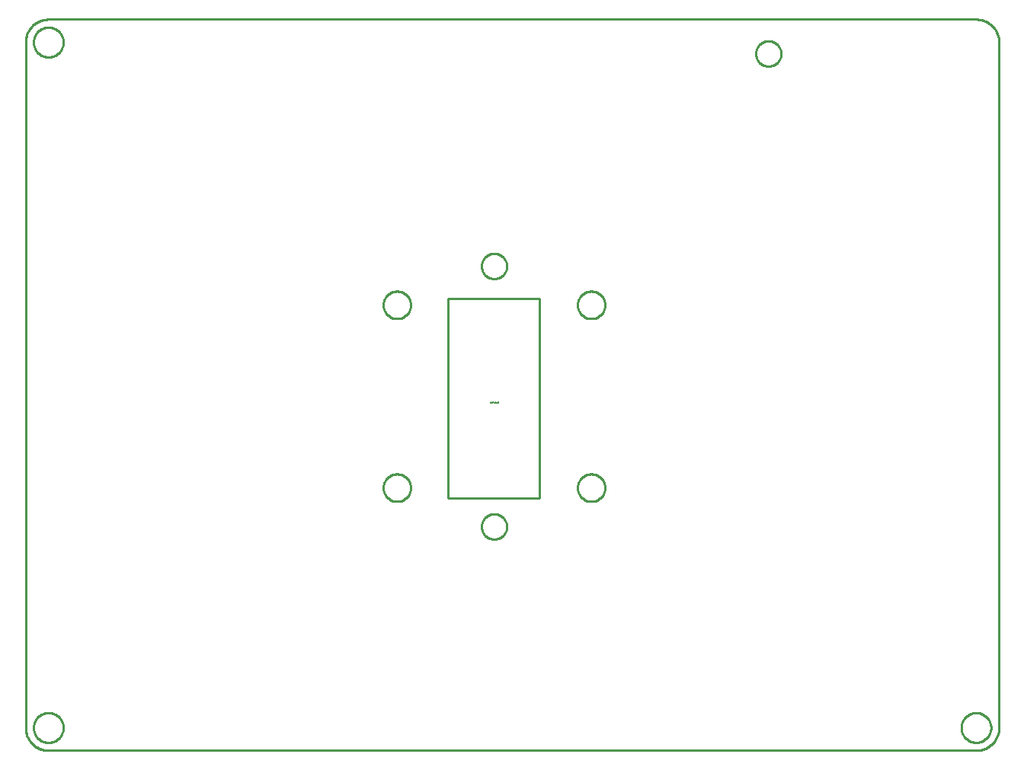
<source format=gko>
G04 EAGLE Gerber RS-274X export*
G75*
%MOMM*%
%FSLAX34Y34*%
%LPD*%
%IN*%
%IPPOS*%
%AMOC8*
5,1,8,0,0,1.08239X$1,22.5*%
G01*
%ADD10C,0.203200*%
%ADD11C,0.025400*%
%ADD12C,0.254000*%
%ADD13C,0.000000*%
%ADD14C,0.254000*%


D10*
X660200Y344250D02*
X660200Y566340D01*
X558600Y566340D01*
X558600Y344250D02*
X660200Y344250D01*
X558600Y344250D02*
X558600Y566340D01*
D11*
X613903Y451411D02*
X613903Y450289D01*
X613903Y451411D02*
X613591Y451411D01*
X613591Y451412D02*
X613557Y451410D01*
X613524Y451405D01*
X613491Y451396D01*
X613460Y451383D01*
X613430Y451367D01*
X613402Y451348D01*
X613376Y451327D01*
X613353Y451302D01*
X613333Y451275D01*
X613315Y451246D01*
X613301Y451215D01*
X613290Y451183D01*
X613283Y451150D01*
X613279Y451117D01*
X613279Y451083D01*
X613283Y451050D01*
X613290Y451017D01*
X613301Y450985D01*
X613315Y450954D01*
X613333Y450925D01*
X613353Y450898D01*
X613376Y450873D01*
X613402Y450852D01*
X613430Y450833D01*
X613460Y450817D01*
X613491Y450804D01*
X613524Y450795D01*
X613557Y450790D01*
X613591Y450788D01*
X613903Y450788D01*
X613529Y450788D02*
X613279Y450289D01*
X612698Y450538D02*
X612698Y450788D01*
X612696Y450818D01*
X612691Y450848D01*
X612682Y450877D01*
X612669Y450904D01*
X612654Y450930D01*
X612635Y450954D01*
X612614Y450975D01*
X612590Y450994D01*
X612564Y451009D01*
X612537Y451022D01*
X612508Y451031D01*
X612478Y451036D01*
X612448Y451038D01*
X612418Y451036D01*
X612388Y451031D01*
X612359Y451022D01*
X612332Y451009D01*
X612306Y450994D01*
X612282Y450975D01*
X612261Y450954D01*
X612242Y450930D01*
X612227Y450904D01*
X612214Y450877D01*
X612205Y450848D01*
X612200Y450818D01*
X612198Y450788D01*
X612198Y450538D01*
X612200Y450508D01*
X612205Y450478D01*
X612214Y450449D01*
X612227Y450422D01*
X612242Y450396D01*
X612261Y450372D01*
X612282Y450351D01*
X612306Y450332D01*
X612332Y450317D01*
X612359Y450304D01*
X612388Y450295D01*
X612418Y450290D01*
X612448Y450288D01*
X612478Y450290D01*
X612508Y450295D01*
X612537Y450304D01*
X612564Y450317D01*
X612590Y450332D01*
X612614Y450351D01*
X612635Y450372D01*
X612654Y450396D01*
X612669Y450422D01*
X612682Y450449D01*
X612691Y450478D01*
X612696Y450508D01*
X612698Y450538D01*
X611582Y450476D02*
X611582Y451037D01*
X611582Y450476D02*
X611580Y450449D01*
X611574Y450423D01*
X611565Y450398D01*
X611552Y450375D01*
X611536Y450354D01*
X611517Y450335D01*
X611496Y450319D01*
X611473Y450306D01*
X611448Y450297D01*
X611422Y450291D01*
X611395Y450289D01*
X611083Y450289D01*
X611083Y451037D01*
X610586Y451037D02*
X610212Y451037D01*
X610462Y451411D02*
X610462Y450476D01*
X610461Y450476D02*
X610459Y450449D01*
X610453Y450423D01*
X610444Y450398D01*
X610431Y450375D01*
X610415Y450354D01*
X610396Y450335D01*
X610375Y450319D01*
X610352Y450306D01*
X610327Y450297D01*
X610301Y450291D01*
X610274Y450289D01*
X610275Y450289D02*
X610212Y450289D01*
X609495Y450289D02*
X609183Y450289D01*
X609495Y450289D02*
X609519Y450291D01*
X609543Y450295D01*
X609567Y450303D01*
X609589Y450314D01*
X609609Y450328D01*
X609627Y450344D01*
X609643Y450362D01*
X609657Y450383D01*
X609668Y450404D01*
X609676Y450428D01*
X609680Y450452D01*
X609682Y450476D01*
X609682Y450788D01*
X609683Y450788D02*
X609681Y450818D01*
X609676Y450848D01*
X609667Y450877D01*
X609654Y450904D01*
X609639Y450930D01*
X609620Y450954D01*
X609599Y450975D01*
X609575Y450994D01*
X609549Y451009D01*
X609522Y451022D01*
X609493Y451031D01*
X609463Y451036D01*
X609433Y451038D01*
X609403Y451036D01*
X609373Y451031D01*
X609344Y451022D01*
X609317Y451009D01*
X609291Y450994D01*
X609267Y450975D01*
X609246Y450954D01*
X609227Y450930D01*
X609212Y450904D01*
X609199Y450877D01*
X609190Y450848D01*
X609185Y450818D01*
X609183Y450788D01*
X609183Y450663D01*
X609682Y450663D01*
X607927Y450600D02*
X607927Y451100D01*
X607925Y451134D01*
X607920Y451167D01*
X607911Y451200D01*
X607898Y451231D01*
X607882Y451261D01*
X607863Y451289D01*
X607842Y451315D01*
X607817Y451338D01*
X607790Y451358D01*
X607761Y451376D01*
X607730Y451390D01*
X607698Y451401D01*
X607665Y451408D01*
X607632Y451412D01*
X607598Y451412D01*
X607565Y451408D01*
X607532Y451401D01*
X607500Y451390D01*
X607469Y451376D01*
X607440Y451358D01*
X607413Y451338D01*
X607388Y451315D01*
X607367Y451289D01*
X607348Y451261D01*
X607332Y451231D01*
X607319Y451200D01*
X607310Y451167D01*
X607305Y451134D01*
X607303Y451100D01*
X607303Y450600D01*
X607305Y450566D01*
X607310Y450533D01*
X607319Y450500D01*
X607332Y450469D01*
X607348Y450439D01*
X607367Y450411D01*
X607388Y450385D01*
X607413Y450362D01*
X607440Y450342D01*
X607469Y450324D01*
X607500Y450310D01*
X607532Y450299D01*
X607565Y450292D01*
X607598Y450288D01*
X607632Y450288D01*
X607665Y450292D01*
X607698Y450299D01*
X607730Y450310D01*
X607761Y450324D01*
X607790Y450342D01*
X607817Y450362D01*
X607842Y450385D01*
X607863Y450411D01*
X607882Y450439D01*
X607898Y450469D01*
X607911Y450500D01*
X607920Y450533D01*
X607925Y450566D01*
X607927Y450600D01*
X606667Y450476D02*
X606667Y451037D01*
X606667Y450476D02*
X606665Y450449D01*
X606659Y450423D01*
X606650Y450398D01*
X606637Y450375D01*
X606621Y450354D01*
X606602Y450335D01*
X606581Y450319D01*
X606558Y450306D01*
X606533Y450297D01*
X606507Y450291D01*
X606480Y450289D01*
X606168Y450289D01*
X606168Y451037D01*
X605671Y451037D02*
X605297Y451037D01*
X605546Y451411D02*
X605546Y450476D01*
X605544Y450449D01*
X605538Y450423D01*
X605529Y450398D01*
X605516Y450375D01*
X605500Y450354D01*
X605481Y450335D01*
X605460Y450319D01*
X605437Y450306D01*
X605412Y450297D01*
X605386Y450291D01*
X605359Y450289D01*
X605297Y450289D01*
D12*
X114300Y876300D02*
X1145200Y876300D01*
X1145814Y876293D01*
X1146427Y876270D01*
X1147040Y876233D01*
X1147651Y876181D01*
X1148262Y876115D01*
X1148870Y876033D01*
X1149476Y875937D01*
X1150080Y875827D01*
X1150681Y875702D01*
X1151279Y875562D01*
X1151873Y875408D01*
X1152463Y875239D01*
X1153049Y875057D01*
X1153630Y874860D01*
X1154207Y874649D01*
X1154778Y874425D01*
X1155344Y874187D01*
X1155904Y873935D01*
X1156457Y873669D01*
X1157004Y873391D01*
X1157544Y873099D01*
X1158077Y872794D01*
X1158602Y872476D01*
X1159120Y872146D01*
X1159629Y871804D01*
X1160130Y871449D01*
X1160622Y871082D01*
X1161105Y870704D01*
X1161579Y870314D01*
X1162043Y869912D01*
X1162498Y869500D01*
X1162942Y869076D01*
X1163376Y868642D01*
X1163800Y868198D01*
X1164212Y867743D01*
X1164614Y867279D01*
X1165004Y866805D01*
X1165382Y866322D01*
X1165749Y865830D01*
X1166104Y865329D01*
X1166446Y864820D01*
X1166776Y864302D01*
X1167094Y863777D01*
X1167399Y863244D01*
X1167691Y862704D01*
X1167969Y862157D01*
X1168235Y861604D01*
X1168487Y861044D01*
X1168725Y860478D01*
X1168949Y859907D01*
X1169160Y859330D01*
X1169357Y858749D01*
X1169539Y858163D01*
X1169708Y857573D01*
X1169862Y856979D01*
X1170002Y856381D01*
X1170127Y855780D01*
X1170237Y855176D01*
X1170333Y854570D01*
X1170415Y853962D01*
X1170481Y853351D01*
X1170533Y852740D01*
X1170570Y852127D01*
X1170593Y851514D01*
X1170600Y850900D01*
X1170600Y88900D01*
X1170593Y88286D01*
X1170570Y87673D01*
X1170533Y87060D01*
X1170481Y86449D01*
X1170415Y85838D01*
X1170333Y85230D01*
X1170237Y84624D01*
X1170127Y84020D01*
X1170002Y83419D01*
X1169862Y82821D01*
X1169708Y82227D01*
X1169539Y81637D01*
X1169357Y81051D01*
X1169160Y80470D01*
X1168949Y79893D01*
X1168725Y79322D01*
X1168487Y78756D01*
X1168235Y78196D01*
X1167969Y77643D01*
X1167691Y77096D01*
X1167399Y76556D01*
X1167094Y76023D01*
X1166776Y75498D01*
X1166446Y74980D01*
X1166104Y74471D01*
X1165749Y73970D01*
X1165382Y73478D01*
X1165004Y72995D01*
X1164614Y72521D01*
X1164212Y72057D01*
X1163800Y71602D01*
X1163376Y71158D01*
X1162942Y70724D01*
X1162498Y70300D01*
X1162043Y69888D01*
X1161579Y69486D01*
X1161105Y69096D01*
X1160622Y68718D01*
X1160130Y68351D01*
X1159629Y67996D01*
X1159120Y67654D01*
X1158602Y67324D01*
X1158077Y67006D01*
X1157544Y66701D01*
X1157004Y66409D01*
X1156457Y66131D01*
X1155904Y65865D01*
X1155344Y65613D01*
X1154778Y65375D01*
X1154207Y65151D01*
X1153630Y64940D01*
X1153049Y64743D01*
X1152463Y64561D01*
X1151873Y64392D01*
X1151279Y64238D01*
X1150681Y64098D01*
X1150080Y63973D01*
X1149476Y63863D01*
X1148870Y63767D01*
X1148262Y63685D01*
X1147651Y63619D01*
X1147040Y63567D01*
X1146427Y63530D01*
X1145814Y63507D01*
X1145200Y63500D01*
X114300Y63500D01*
X113686Y63507D01*
X113073Y63530D01*
X112460Y63567D01*
X111849Y63619D01*
X111238Y63685D01*
X110630Y63767D01*
X110024Y63863D01*
X109420Y63973D01*
X108819Y64098D01*
X108221Y64238D01*
X107627Y64392D01*
X107037Y64561D01*
X106451Y64743D01*
X105870Y64940D01*
X105293Y65151D01*
X104722Y65375D01*
X104156Y65613D01*
X103596Y65865D01*
X103043Y66131D01*
X102496Y66409D01*
X101956Y66701D01*
X101423Y67006D01*
X100898Y67324D01*
X100380Y67654D01*
X99871Y67996D01*
X99370Y68351D01*
X98878Y68718D01*
X98395Y69096D01*
X97921Y69486D01*
X97457Y69888D01*
X97002Y70300D01*
X96558Y70724D01*
X96124Y71158D01*
X95700Y71602D01*
X95288Y72057D01*
X94886Y72521D01*
X94496Y72995D01*
X94118Y73478D01*
X93751Y73970D01*
X93396Y74471D01*
X93054Y74980D01*
X92724Y75498D01*
X92406Y76023D01*
X92101Y76556D01*
X91809Y77096D01*
X91531Y77643D01*
X91265Y78196D01*
X91013Y78756D01*
X90775Y79322D01*
X90551Y79893D01*
X90340Y80470D01*
X90143Y81051D01*
X89961Y81637D01*
X89792Y82227D01*
X89638Y82821D01*
X89498Y83419D01*
X89373Y84020D01*
X89263Y84624D01*
X89167Y85230D01*
X89085Y85838D01*
X89019Y86449D01*
X88967Y87060D01*
X88930Y87673D01*
X88907Y88286D01*
X88900Y88900D01*
X88900Y850900D01*
X88907Y851514D01*
X88930Y852127D01*
X88967Y852740D01*
X89019Y853351D01*
X89085Y853962D01*
X89167Y854570D01*
X89263Y855176D01*
X89373Y855780D01*
X89498Y856381D01*
X89638Y856979D01*
X89792Y857573D01*
X89961Y858163D01*
X90143Y858749D01*
X90340Y859330D01*
X90551Y859907D01*
X90775Y860478D01*
X91013Y861044D01*
X91265Y861604D01*
X91531Y862157D01*
X91809Y862704D01*
X92101Y863244D01*
X92406Y863777D01*
X92724Y864302D01*
X93054Y864820D01*
X93396Y865329D01*
X93751Y865830D01*
X94118Y866322D01*
X94496Y866805D01*
X94886Y867279D01*
X95288Y867743D01*
X95700Y868198D01*
X96124Y868642D01*
X96558Y869076D01*
X97002Y869500D01*
X97457Y869912D01*
X97921Y870314D01*
X98395Y870704D01*
X98878Y871082D01*
X99370Y871449D01*
X99871Y871804D01*
X100380Y872146D01*
X100898Y872476D01*
X101423Y872794D01*
X101956Y873099D01*
X102496Y873391D01*
X103043Y873669D01*
X103596Y873935D01*
X104156Y874187D01*
X104722Y874425D01*
X105293Y874649D01*
X105870Y874860D01*
X106451Y875057D01*
X107037Y875239D01*
X107627Y875408D01*
X108221Y875562D01*
X108819Y875702D01*
X109420Y875827D01*
X110024Y875937D01*
X110630Y876033D01*
X111238Y876115D01*
X111849Y876181D01*
X112460Y876233D01*
X113073Y876270D01*
X113686Y876293D01*
X114300Y876300D01*
D13*
X486410Y355600D02*
X486415Y355974D01*
X486428Y356348D01*
X486451Y356721D01*
X486483Y357094D01*
X486525Y357466D01*
X486575Y357836D01*
X486634Y358205D01*
X486703Y358573D01*
X486780Y358939D01*
X486867Y359303D01*
X486962Y359665D01*
X487066Y360024D01*
X487179Y360381D01*
X487301Y360734D01*
X487431Y361085D01*
X487570Y361432D01*
X487717Y361776D01*
X487873Y362116D01*
X488037Y362452D01*
X488210Y362784D01*
X488390Y363112D01*
X488578Y363435D01*
X488774Y363753D01*
X488978Y364067D01*
X489190Y364375D01*
X489409Y364678D01*
X489636Y364976D01*
X489869Y365268D01*
X490110Y365554D01*
X490358Y365835D01*
X490612Y366109D01*
X490874Y366376D01*
X491141Y366638D01*
X491415Y366892D01*
X491696Y367140D01*
X491982Y367381D01*
X492274Y367614D01*
X492572Y367841D01*
X492875Y368060D01*
X493183Y368272D01*
X493497Y368476D01*
X493815Y368672D01*
X494138Y368860D01*
X494466Y369040D01*
X494798Y369213D01*
X495134Y369377D01*
X495474Y369533D01*
X495818Y369680D01*
X496165Y369819D01*
X496516Y369949D01*
X496869Y370071D01*
X497226Y370184D01*
X497585Y370288D01*
X497947Y370383D01*
X498311Y370470D01*
X498677Y370547D01*
X499045Y370616D01*
X499414Y370675D01*
X499784Y370725D01*
X500156Y370767D01*
X500529Y370799D01*
X500902Y370822D01*
X501276Y370835D01*
X501650Y370840D01*
X502024Y370835D01*
X502398Y370822D01*
X502771Y370799D01*
X503144Y370767D01*
X503516Y370725D01*
X503886Y370675D01*
X504255Y370616D01*
X504623Y370547D01*
X504989Y370470D01*
X505353Y370383D01*
X505715Y370288D01*
X506074Y370184D01*
X506431Y370071D01*
X506784Y369949D01*
X507135Y369819D01*
X507482Y369680D01*
X507826Y369533D01*
X508166Y369377D01*
X508502Y369213D01*
X508834Y369040D01*
X509162Y368860D01*
X509485Y368672D01*
X509803Y368476D01*
X510117Y368272D01*
X510425Y368060D01*
X510728Y367841D01*
X511026Y367614D01*
X511318Y367381D01*
X511604Y367140D01*
X511885Y366892D01*
X512159Y366638D01*
X512426Y366376D01*
X512688Y366109D01*
X512942Y365835D01*
X513190Y365554D01*
X513431Y365268D01*
X513664Y364976D01*
X513891Y364678D01*
X514110Y364375D01*
X514322Y364067D01*
X514526Y363753D01*
X514722Y363435D01*
X514910Y363112D01*
X515090Y362784D01*
X515263Y362452D01*
X515427Y362116D01*
X515583Y361776D01*
X515730Y361432D01*
X515869Y361085D01*
X515999Y360734D01*
X516121Y360381D01*
X516234Y360024D01*
X516338Y359665D01*
X516433Y359303D01*
X516520Y358939D01*
X516597Y358573D01*
X516666Y358205D01*
X516725Y357836D01*
X516775Y357466D01*
X516817Y357094D01*
X516849Y356721D01*
X516872Y356348D01*
X516885Y355974D01*
X516890Y355600D01*
X516885Y355226D01*
X516872Y354852D01*
X516849Y354479D01*
X516817Y354106D01*
X516775Y353734D01*
X516725Y353364D01*
X516666Y352995D01*
X516597Y352627D01*
X516520Y352261D01*
X516433Y351897D01*
X516338Y351535D01*
X516234Y351176D01*
X516121Y350819D01*
X515999Y350466D01*
X515869Y350115D01*
X515730Y349768D01*
X515583Y349424D01*
X515427Y349084D01*
X515263Y348748D01*
X515090Y348416D01*
X514910Y348088D01*
X514722Y347765D01*
X514526Y347447D01*
X514322Y347133D01*
X514110Y346825D01*
X513891Y346522D01*
X513664Y346224D01*
X513431Y345932D01*
X513190Y345646D01*
X512942Y345365D01*
X512688Y345091D01*
X512426Y344824D01*
X512159Y344562D01*
X511885Y344308D01*
X511604Y344060D01*
X511318Y343819D01*
X511026Y343586D01*
X510728Y343359D01*
X510425Y343140D01*
X510117Y342928D01*
X509803Y342724D01*
X509485Y342528D01*
X509162Y342340D01*
X508834Y342160D01*
X508502Y341987D01*
X508166Y341823D01*
X507826Y341667D01*
X507482Y341520D01*
X507135Y341381D01*
X506784Y341251D01*
X506431Y341129D01*
X506074Y341016D01*
X505715Y340912D01*
X505353Y340817D01*
X504989Y340730D01*
X504623Y340653D01*
X504255Y340584D01*
X503886Y340525D01*
X503516Y340475D01*
X503144Y340433D01*
X502771Y340401D01*
X502398Y340378D01*
X502024Y340365D01*
X501650Y340360D01*
X501276Y340365D01*
X500902Y340378D01*
X500529Y340401D01*
X500156Y340433D01*
X499784Y340475D01*
X499414Y340525D01*
X499045Y340584D01*
X498677Y340653D01*
X498311Y340730D01*
X497947Y340817D01*
X497585Y340912D01*
X497226Y341016D01*
X496869Y341129D01*
X496516Y341251D01*
X496165Y341381D01*
X495818Y341520D01*
X495474Y341667D01*
X495134Y341823D01*
X494798Y341987D01*
X494466Y342160D01*
X494138Y342340D01*
X493815Y342528D01*
X493497Y342724D01*
X493183Y342928D01*
X492875Y343140D01*
X492572Y343359D01*
X492274Y343586D01*
X491982Y343819D01*
X491696Y344060D01*
X491415Y344308D01*
X491141Y344562D01*
X490874Y344824D01*
X490612Y345091D01*
X490358Y345365D01*
X490110Y345646D01*
X489869Y345932D01*
X489636Y346224D01*
X489409Y346522D01*
X489190Y346825D01*
X488978Y347133D01*
X488774Y347447D01*
X488578Y347765D01*
X488390Y348088D01*
X488210Y348416D01*
X488037Y348748D01*
X487873Y349084D01*
X487717Y349424D01*
X487570Y349768D01*
X487431Y350115D01*
X487301Y350466D01*
X487179Y350819D01*
X487066Y351176D01*
X486962Y351535D01*
X486867Y351897D01*
X486780Y352261D01*
X486703Y352627D01*
X486634Y352995D01*
X486575Y353364D01*
X486525Y353734D01*
X486483Y354106D01*
X486451Y354479D01*
X486428Y354852D01*
X486415Y355226D01*
X486410Y355600D01*
X486410Y558800D02*
X486415Y559174D01*
X486428Y559548D01*
X486451Y559921D01*
X486483Y560294D01*
X486525Y560666D01*
X486575Y561036D01*
X486634Y561405D01*
X486703Y561773D01*
X486780Y562139D01*
X486867Y562503D01*
X486962Y562865D01*
X487066Y563224D01*
X487179Y563581D01*
X487301Y563934D01*
X487431Y564285D01*
X487570Y564632D01*
X487717Y564976D01*
X487873Y565316D01*
X488037Y565652D01*
X488210Y565984D01*
X488390Y566312D01*
X488578Y566635D01*
X488774Y566953D01*
X488978Y567267D01*
X489190Y567575D01*
X489409Y567878D01*
X489636Y568176D01*
X489869Y568468D01*
X490110Y568754D01*
X490358Y569035D01*
X490612Y569309D01*
X490874Y569576D01*
X491141Y569838D01*
X491415Y570092D01*
X491696Y570340D01*
X491982Y570581D01*
X492274Y570814D01*
X492572Y571041D01*
X492875Y571260D01*
X493183Y571472D01*
X493497Y571676D01*
X493815Y571872D01*
X494138Y572060D01*
X494466Y572240D01*
X494798Y572413D01*
X495134Y572577D01*
X495474Y572733D01*
X495818Y572880D01*
X496165Y573019D01*
X496516Y573149D01*
X496869Y573271D01*
X497226Y573384D01*
X497585Y573488D01*
X497947Y573583D01*
X498311Y573670D01*
X498677Y573747D01*
X499045Y573816D01*
X499414Y573875D01*
X499784Y573925D01*
X500156Y573967D01*
X500529Y573999D01*
X500902Y574022D01*
X501276Y574035D01*
X501650Y574040D01*
X502024Y574035D01*
X502398Y574022D01*
X502771Y573999D01*
X503144Y573967D01*
X503516Y573925D01*
X503886Y573875D01*
X504255Y573816D01*
X504623Y573747D01*
X504989Y573670D01*
X505353Y573583D01*
X505715Y573488D01*
X506074Y573384D01*
X506431Y573271D01*
X506784Y573149D01*
X507135Y573019D01*
X507482Y572880D01*
X507826Y572733D01*
X508166Y572577D01*
X508502Y572413D01*
X508834Y572240D01*
X509162Y572060D01*
X509485Y571872D01*
X509803Y571676D01*
X510117Y571472D01*
X510425Y571260D01*
X510728Y571041D01*
X511026Y570814D01*
X511318Y570581D01*
X511604Y570340D01*
X511885Y570092D01*
X512159Y569838D01*
X512426Y569576D01*
X512688Y569309D01*
X512942Y569035D01*
X513190Y568754D01*
X513431Y568468D01*
X513664Y568176D01*
X513891Y567878D01*
X514110Y567575D01*
X514322Y567267D01*
X514526Y566953D01*
X514722Y566635D01*
X514910Y566312D01*
X515090Y565984D01*
X515263Y565652D01*
X515427Y565316D01*
X515583Y564976D01*
X515730Y564632D01*
X515869Y564285D01*
X515999Y563934D01*
X516121Y563581D01*
X516234Y563224D01*
X516338Y562865D01*
X516433Y562503D01*
X516520Y562139D01*
X516597Y561773D01*
X516666Y561405D01*
X516725Y561036D01*
X516775Y560666D01*
X516817Y560294D01*
X516849Y559921D01*
X516872Y559548D01*
X516885Y559174D01*
X516890Y558800D01*
X516885Y558426D01*
X516872Y558052D01*
X516849Y557679D01*
X516817Y557306D01*
X516775Y556934D01*
X516725Y556564D01*
X516666Y556195D01*
X516597Y555827D01*
X516520Y555461D01*
X516433Y555097D01*
X516338Y554735D01*
X516234Y554376D01*
X516121Y554019D01*
X515999Y553666D01*
X515869Y553315D01*
X515730Y552968D01*
X515583Y552624D01*
X515427Y552284D01*
X515263Y551948D01*
X515090Y551616D01*
X514910Y551288D01*
X514722Y550965D01*
X514526Y550647D01*
X514322Y550333D01*
X514110Y550025D01*
X513891Y549722D01*
X513664Y549424D01*
X513431Y549132D01*
X513190Y548846D01*
X512942Y548565D01*
X512688Y548291D01*
X512426Y548024D01*
X512159Y547762D01*
X511885Y547508D01*
X511604Y547260D01*
X511318Y547019D01*
X511026Y546786D01*
X510728Y546559D01*
X510425Y546340D01*
X510117Y546128D01*
X509803Y545924D01*
X509485Y545728D01*
X509162Y545540D01*
X508834Y545360D01*
X508502Y545187D01*
X508166Y545023D01*
X507826Y544867D01*
X507482Y544720D01*
X507135Y544581D01*
X506784Y544451D01*
X506431Y544329D01*
X506074Y544216D01*
X505715Y544112D01*
X505353Y544017D01*
X504989Y543930D01*
X504623Y543853D01*
X504255Y543784D01*
X503886Y543725D01*
X503516Y543675D01*
X503144Y543633D01*
X502771Y543601D01*
X502398Y543578D01*
X502024Y543565D01*
X501650Y543560D01*
X501276Y543565D01*
X500902Y543578D01*
X500529Y543601D01*
X500156Y543633D01*
X499784Y543675D01*
X499414Y543725D01*
X499045Y543784D01*
X498677Y543853D01*
X498311Y543930D01*
X497947Y544017D01*
X497585Y544112D01*
X497226Y544216D01*
X496869Y544329D01*
X496516Y544451D01*
X496165Y544581D01*
X495818Y544720D01*
X495474Y544867D01*
X495134Y545023D01*
X494798Y545187D01*
X494466Y545360D01*
X494138Y545540D01*
X493815Y545728D01*
X493497Y545924D01*
X493183Y546128D01*
X492875Y546340D01*
X492572Y546559D01*
X492274Y546786D01*
X491982Y547019D01*
X491696Y547260D01*
X491415Y547508D01*
X491141Y547762D01*
X490874Y548024D01*
X490612Y548291D01*
X490358Y548565D01*
X490110Y548846D01*
X489869Y549132D01*
X489636Y549424D01*
X489409Y549722D01*
X489190Y550025D01*
X488978Y550333D01*
X488774Y550647D01*
X488578Y550965D01*
X488390Y551288D01*
X488210Y551616D01*
X488037Y551948D01*
X487873Y552284D01*
X487717Y552624D01*
X487570Y552968D01*
X487431Y553315D01*
X487301Y553666D01*
X487179Y554019D01*
X487066Y554376D01*
X486962Y554735D01*
X486867Y555097D01*
X486780Y555461D01*
X486703Y555827D01*
X486634Y556195D01*
X486575Y556564D01*
X486525Y556934D01*
X486483Y557306D01*
X486451Y557679D01*
X486428Y558052D01*
X486415Y558426D01*
X486410Y558800D01*
X702310Y355600D02*
X702315Y355974D01*
X702328Y356348D01*
X702351Y356721D01*
X702383Y357094D01*
X702425Y357466D01*
X702475Y357836D01*
X702534Y358205D01*
X702603Y358573D01*
X702680Y358939D01*
X702767Y359303D01*
X702862Y359665D01*
X702966Y360024D01*
X703079Y360381D01*
X703201Y360734D01*
X703331Y361085D01*
X703470Y361432D01*
X703617Y361776D01*
X703773Y362116D01*
X703937Y362452D01*
X704110Y362784D01*
X704290Y363112D01*
X704478Y363435D01*
X704674Y363753D01*
X704878Y364067D01*
X705090Y364375D01*
X705309Y364678D01*
X705536Y364976D01*
X705769Y365268D01*
X706010Y365554D01*
X706258Y365835D01*
X706512Y366109D01*
X706774Y366376D01*
X707041Y366638D01*
X707315Y366892D01*
X707596Y367140D01*
X707882Y367381D01*
X708174Y367614D01*
X708472Y367841D01*
X708775Y368060D01*
X709083Y368272D01*
X709397Y368476D01*
X709715Y368672D01*
X710038Y368860D01*
X710366Y369040D01*
X710698Y369213D01*
X711034Y369377D01*
X711374Y369533D01*
X711718Y369680D01*
X712065Y369819D01*
X712416Y369949D01*
X712769Y370071D01*
X713126Y370184D01*
X713485Y370288D01*
X713847Y370383D01*
X714211Y370470D01*
X714577Y370547D01*
X714945Y370616D01*
X715314Y370675D01*
X715684Y370725D01*
X716056Y370767D01*
X716429Y370799D01*
X716802Y370822D01*
X717176Y370835D01*
X717550Y370840D01*
X717924Y370835D01*
X718298Y370822D01*
X718671Y370799D01*
X719044Y370767D01*
X719416Y370725D01*
X719786Y370675D01*
X720155Y370616D01*
X720523Y370547D01*
X720889Y370470D01*
X721253Y370383D01*
X721615Y370288D01*
X721974Y370184D01*
X722331Y370071D01*
X722684Y369949D01*
X723035Y369819D01*
X723382Y369680D01*
X723726Y369533D01*
X724066Y369377D01*
X724402Y369213D01*
X724734Y369040D01*
X725062Y368860D01*
X725385Y368672D01*
X725703Y368476D01*
X726017Y368272D01*
X726325Y368060D01*
X726628Y367841D01*
X726926Y367614D01*
X727218Y367381D01*
X727504Y367140D01*
X727785Y366892D01*
X728059Y366638D01*
X728326Y366376D01*
X728588Y366109D01*
X728842Y365835D01*
X729090Y365554D01*
X729331Y365268D01*
X729564Y364976D01*
X729791Y364678D01*
X730010Y364375D01*
X730222Y364067D01*
X730426Y363753D01*
X730622Y363435D01*
X730810Y363112D01*
X730990Y362784D01*
X731163Y362452D01*
X731327Y362116D01*
X731483Y361776D01*
X731630Y361432D01*
X731769Y361085D01*
X731899Y360734D01*
X732021Y360381D01*
X732134Y360024D01*
X732238Y359665D01*
X732333Y359303D01*
X732420Y358939D01*
X732497Y358573D01*
X732566Y358205D01*
X732625Y357836D01*
X732675Y357466D01*
X732717Y357094D01*
X732749Y356721D01*
X732772Y356348D01*
X732785Y355974D01*
X732790Y355600D01*
X732785Y355226D01*
X732772Y354852D01*
X732749Y354479D01*
X732717Y354106D01*
X732675Y353734D01*
X732625Y353364D01*
X732566Y352995D01*
X732497Y352627D01*
X732420Y352261D01*
X732333Y351897D01*
X732238Y351535D01*
X732134Y351176D01*
X732021Y350819D01*
X731899Y350466D01*
X731769Y350115D01*
X731630Y349768D01*
X731483Y349424D01*
X731327Y349084D01*
X731163Y348748D01*
X730990Y348416D01*
X730810Y348088D01*
X730622Y347765D01*
X730426Y347447D01*
X730222Y347133D01*
X730010Y346825D01*
X729791Y346522D01*
X729564Y346224D01*
X729331Y345932D01*
X729090Y345646D01*
X728842Y345365D01*
X728588Y345091D01*
X728326Y344824D01*
X728059Y344562D01*
X727785Y344308D01*
X727504Y344060D01*
X727218Y343819D01*
X726926Y343586D01*
X726628Y343359D01*
X726325Y343140D01*
X726017Y342928D01*
X725703Y342724D01*
X725385Y342528D01*
X725062Y342340D01*
X724734Y342160D01*
X724402Y341987D01*
X724066Y341823D01*
X723726Y341667D01*
X723382Y341520D01*
X723035Y341381D01*
X722684Y341251D01*
X722331Y341129D01*
X721974Y341016D01*
X721615Y340912D01*
X721253Y340817D01*
X720889Y340730D01*
X720523Y340653D01*
X720155Y340584D01*
X719786Y340525D01*
X719416Y340475D01*
X719044Y340433D01*
X718671Y340401D01*
X718298Y340378D01*
X717924Y340365D01*
X717550Y340360D01*
X717176Y340365D01*
X716802Y340378D01*
X716429Y340401D01*
X716056Y340433D01*
X715684Y340475D01*
X715314Y340525D01*
X714945Y340584D01*
X714577Y340653D01*
X714211Y340730D01*
X713847Y340817D01*
X713485Y340912D01*
X713126Y341016D01*
X712769Y341129D01*
X712416Y341251D01*
X712065Y341381D01*
X711718Y341520D01*
X711374Y341667D01*
X711034Y341823D01*
X710698Y341987D01*
X710366Y342160D01*
X710038Y342340D01*
X709715Y342528D01*
X709397Y342724D01*
X709083Y342928D01*
X708775Y343140D01*
X708472Y343359D01*
X708174Y343586D01*
X707882Y343819D01*
X707596Y344060D01*
X707315Y344308D01*
X707041Y344562D01*
X706774Y344824D01*
X706512Y345091D01*
X706258Y345365D01*
X706010Y345646D01*
X705769Y345932D01*
X705536Y346224D01*
X705309Y346522D01*
X705090Y346825D01*
X704878Y347133D01*
X704674Y347447D01*
X704478Y347765D01*
X704290Y348088D01*
X704110Y348416D01*
X703937Y348748D01*
X703773Y349084D01*
X703617Y349424D01*
X703470Y349768D01*
X703331Y350115D01*
X703201Y350466D01*
X703079Y350819D01*
X702966Y351176D01*
X702862Y351535D01*
X702767Y351897D01*
X702680Y352261D01*
X702603Y352627D01*
X702534Y352995D01*
X702475Y353364D01*
X702425Y353734D01*
X702383Y354106D01*
X702351Y354479D01*
X702328Y354852D01*
X702315Y355226D01*
X702310Y355600D01*
X702310Y558800D02*
X702315Y559174D01*
X702328Y559548D01*
X702351Y559921D01*
X702383Y560294D01*
X702425Y560666D01*
X702475Y561036D01*
X702534Y561405D01*
X702603Y561773D01*
X702680Y562139D01*
X702767Y562503D01*
X702862Y562865D01*
X702966Y563224D01*
X703079Y563581D01*
X703201Y563934D01*
X703331Y564285D01*
X703470Y564632D01*
X703617Y564976D01*
X703773Y565316D01*
X703937Y565652D01*
X704110Y565984D01*
X704290Y566312D01*
X704478Y566635D01*
X704674Y566953D01*
X704878Y567267D01*
X705090Y567575D01*
X705309Y567878D01*
X705536Y568176D01*
X705769Y568468D01*
X706010Y568754D01*
X706258Y569035D01*
X706512Y569309D01*
X706774Y569576D01*
X707041Y569838D01*
X707315Y570092D01*
X707596Y570340D01*
X707882Y570581D01*
X708174Y570814D01*
X708472Y571041D01*
X708775Y571260D01*
X709083Y571472D01*
X709397Y571676D01*
X709715Y571872D01*
X710038Y572060D01*
X710366Y572240D01*
X710698Y572413D01*
X711034Y572577D01*
X711374Y572733D01*
X711718Y572880D01*
X712065Y573019D01*
X712416Y573149D01*
X712769Y573271D01*
X713126Y573384D01*
X713485Y573488D01*
X713847Y573583D01*
X714211Y573670D01*
X714577Y573747D01*
X714945Y573816D01*
X715314Y573875D01*
X715684Y573925D01*
X716056Y573967D01*
X716429Y573999D01*
X716802Y574022D01*
X717176Y574035D01*
X717550Y574040D01*
X717924Y574035D01*
X718298Y574022D01*
X718671Y573999D01*
X719044Y573967D01*
X719416Y573925D01*
X719786Y573875D01*
X720155Y573816D01*
X720523Y573747D01*
X720889Y573670D01*
X721253Y573583D01*
X721615Y573488D01*
X721974Y573384D01*
X722331Y573271D01*
X722684Y573149D01*
X723035Y573019D01*
X723382Y572880D01*
X723726Y572733D01*
X724066Y572577D01*
X724402Y572413D01*
X724734Y572240D01*
X725062Y572060D01*
X725385Y571872D01*
X725703Y571676D01*
X726017Y571472D01*
X726325Y571260D01*
X726628Y571041D01*
X726926Y570814D01*
X727218Y570581D01*
X727504Y570340D01*
X727785Y570092D01*
X728059Y569838D01*
X728326Y569576D01*
X728588Y569309D01*
X728842Y569035D01*
X729090Y568754D01*
X729331Y568468D01*
X729564Y568176D01*
X729791Y567878D01*
X730010Y567575D01*
X730222Y567267D01*
X730426Y566953D01*
X730622Y566635D01*
X730810Y566312D01*
X730990Y565984D01*
X731163Y565652D01*
X731327Y565316D01*
X731483Y564976D01*
X731630Y564632D01*
X731769Y564285D01*
X731899Y563934D01*
X732021Y563581D01*
X732134Y563224D01*
X732238Y562865D01*
X732333Y562503D01*
X732420Y562139D01*
X732497Y561773D01*
X732566Y561405D01*
X732625Y561036D01*
X732675Y560666D01*
X732717Y560294D01*
X732749Y559921D01*
X732772Y559548D01*
X732785Y559174D01*
X732790Y558800D01*
X732785Y558426D01*
X732772Y558052D01*
X732749Y557679D01*
X732717Y557306D01*
X732675Y556934D01*
X732625Y556564D01*
X732566Y556195D01*
X732497Y555827D01*
X732420Y555461D01*
X732333Y555097D01*
X732238Y554735D01*
X732134Y554376D01*
X732021Y554019D01*
X731899Y553666D01*
X731769Y553315D01*
X731630Y552968D01*
X731483Y552624D01*
X731327Y552284D01*
X731163Y551948D01*
X730990Y551616D01*
X730810Y551288D01*
X730622Y550965D01*
X730426Y550647D01*
X730222Y550333D01*
X730010Y550025D01*
X729791Y549722D01*
X729564Y549424D01*
X729331Y549132D01*
X729090Y548846D01*
X728842Y548565D01*
X728588Y548291D01*
X728326Y548024D01*
X728059Y547762D01*
X727785Y547508D01*
X727504Y547260D01*
X727218Y547019D01*
X726926Y546786D01*
X726628Y546559D01*
X726325Y546340D01*
X726017Y546128D01*
X725703Y545924D01*
X725385Y545728D01*
X725062Y545540D01*
X724734Y545360D01*
X724402Y545187D01*
X724066Y545023D01*
X723726Y544867D01*
X723382Y544720D01*
X723035Y544581D01*
X722684Y544451D01*
X722331Y544329D01*
X721974Y544216D01*
X721615Y544112D01*
X721253Y544017D01*
X720889Y543930D01*
X720523Y543853D01*
X720155Y543784D01*
X719786Y543725D01*
X719416Y543675D01*
X719044Y543633D01*
X718671Y543601D01*
X718298Y543578D01*
X717924Y543565D01*
X717550Y543560D01*
X717176Y543565D01*
X716802Y543578D01*
X716429Y543601D01*
X716056Y543633D01*
X715684Y543675D01*
X715314Y543725D01*
X714945Y543784D01*
X714577Y543853D01*
X714211Y543930D01*
X713847Y544017D01*
X713485Y544112D01*
X713126Y544216D01*
X712769Y544329D01*
X712416Y544451D01*
X712065Y544581D01*
X711718Y544720D01*
X711374Y544867D01*
X711034Y545023D01*
X710698Y545187D01*
X710366Y545360D01*
X710038Y545540D01*
X709715Y545728D01*
X709397Y545924D01*
X709083Y546128D01*
X708775Y546340D01*
X708472Y546559D01*
X708174Y546786D01*
X707882Y547019D01*
X707596Y547260D01*
X707315Y547508D01*
X707041Y547762D01*
X706774Y548024D01*
X706512Y548291D01*
X706258Y548565D01*
X706010Y548846D01*
X705769Y549132D01*
X705536Y549424D01*
X705309Y549722D01*
X705090Y550025D01*
X704878Y550333D01*
X704674Y550647D01*
X704478Y550965D01*
X704290Y551288D01*
X704110Y551616D01*
X703937Y551948D01*
X703773Y552284D01*
X703617Y552624D01*
X703470Y552968D01*
X703331Y553315D01*
X703201Y553666D01*
X703079Y554019D01*
X702966Y554376D01*
X702862Y554735D01*
X702767Y555097D01*
X702680Y555461D01*
X702603Y555827D01*
X702534Y556195D01*
X702475Y556564D01*
X702425Y556934D01*
X702383Y557306D01*
X702351Y557679D01*
X702328Y558052D01*
X702315Y558426D01*
X702310Y558800D01*
X595630Y312420D02*
X595634Y312763D01*
X595647Y313105D01*
X595668Y313448D01*
X595697Y313789D01*
X595735Y314130D01*
X595781Y314470D01*
X595836Y314808D01*
X595898Y315145D01*
X595969Y315481D01*
X596049Y315814D01*
X596136Y316146D01*
X596232Y316475D01*
X596335Y316802D01*
X596447Y317126D01*
X596566Y317448D01*
X596693Y317766D01*
X596828Y318081D01*
X596971Y318393D01*
X597122Y318701D01*
X597280Y319005D01*
X597445Y319306D01*
X597618Y319602D01*
X597797Y319894D01*
X597984Y320181D01*
X598178Y320464D01*
X598379Y320742D01*
X598587Y321015D01*
X598801Y321282D01*
X599022Y321545D01*
X599249Y321802D01*
X599482Y322053D01*
X599722Y322298D01*
X599967Y322538D01*
X600218Y322771D01*
X600475Y322998D01*
X600738Y323219D01*
X601005Y323433D01*
X601278Y323641D01*
X601556Y323842D01*
X601839Y324036D01*
X602126Y324223D01*
X602418Y324402D01*
X602714Y324575D01*
X603015Y324740D01*
X603319Y324898D01*
X603627Y325049D01*
X603939Y325192D01*
X604254Y325327D01*
X604572Y325454D01*
X604894Y325573D01*
X605218Y325685D01*
X605545Y325788D01*
X605874Y325884D01*
X606206Y325971D01*
X606539Y326051D01*
X606875Y326122D01*
X607212Y326184D01*
X607550Y326239D01*
X607890Y326285D01*
X608231Y326323D01*
X608572Y326352D01*
X608915Y326373D01*
X609257Y326386D01*
X609600Y326390D01*
X609943Y326386D01*
X610285Y326373D01*
X610628Y326352D01*
X610969Y326323D01*
X611310Y326285D01*
X611650Y326239D01*
X611988Y326184D01*
X612325Y326122D01*
X612661Y326051D01*
X612994Y325971D01*
X613326Y325884D01*
X613655Y325788D01*
X613982Y325685D01*
X614306Y325573D01*
X614628Y325454D01*
X614946Y325327D01*
X615261Y325192D01*
X615573Y325049D01*
X615881Y324898D01*
X616185Y324740D01*
X616486Y324575D01*
X616782Y324402D01*
X617074Y324223D01*
X617361Y324036D01*
X617644Y323842D01*
X617922Y323641D01*
X618195Y323433D01*
X618462Y323219D01*
X618725Y322998D01*
X618982Y322771D01*
X619233Y322538D01*
X619478Y322298D01*
X619718Y322053D01*
X619951Y321802D01*
X620178Y321545D01*
X620399Y321282D01*
X620613Y321015D01*
X620821Y320742D01*
X621022Y320464D01*
X621216Y320181D01*
X621403Y319894D01*
X621582Y319602D01*
X621755Y319306D01*
X621920Y319005D01*
X622078Y318701D01*
X622229Y318393D01*
X622372Y318081D01*
X622507Y317766D01*
X622634Y317448D01*
X622753Y317126D01*
X622865Y316802D01*
X622968Y316475D01*
X623064Y316146D01*
X623151Y315814D01*
X623231Y315481D01*
X623302Y315145D01*
X623364Y314808D01*
X623419Y314470D01*
X623465Y314130D01*
X623503Y313789D01*
X623532Y313448D01*
X623553Y313105D01*
X623566Y312763D01*
X623570Y312420D01*
X623566Y312077D01*
X623553Y311735D01*
X623532Y311392D01*
X623503Y311051D01*
X623465Y310710D01*
X623419Y310370D01*
X623364Y310032D01*
X623302Y309695D01*
X623231Y309359D01*
X623151Y309026D01*
X623064Y308694D01*
X622968Y308365D01*
X622865Y308038D01*
X622753Y307714D01*
X622634Y307392D01*
X622507Y307074D01*
X622372Y306759D01*
X622229Y306447D01*
X622078Y306139D01*
X621920Y305835D01*
X621755Y305534D01*
X621582Y305238D01*
X621403Y304946D01*
X621216Y304659D01*
X621022Y304376D01*
X620821Y304098D01*
X620613Y303825D01*
X620399Y303558D01*
X620178Y303295D01*
X619951Y303038D01*
X619718Y302787D01*
X619478Y302542D01*
X619233Y302302D01*
X618982Y302069D01*
X618725Y301842D01*
X618462Y301621D01*
X618195Y301407D01*
X617922Y301199D01*
X617644Y300998D01*
X617361Y300804D01*
X617074Y300617D01*
X616782Y300438D01*
X616486Y300265D01*
X616185Y300100D01*
X615881Y299942D01*
X615573Y299791D01*
X615261Y299648D01*
X614946Y299513D01*
X614628Y299386D01*
X614306Y299267D01*
X613982Y299155D01*
X613655Y299052D01*
X613326Y298956D01*
X612994Y298869D01*
X612661Y298789D01*
X612325Y298718D01*
X611988Y298656D01*
X611650Y298601D01*
X611310Y298555D01*
X610969Y298517D01*
X610628Y298488D01*
X610285Y298467D01*
X609943Y298454D01*
X609600Y298450D01*
X609257Y298454D01*
X608915Y298467D01*
X608572Y298488D01*
X608231Y298517D01*
X607890Y298555D01*
X607550Y298601D01*
X607212Y298656D01*
X606875Y298718D01*
X606539Y298789D01*
X606206Y298869D01*
X605874Y298956D01*
X605545Y299052D01*
X605218Y299155D01*
X604894Y299267D01*
X604572Y299386D01*
X604254Y299513D01*
X603939Y299648D01*
X603627Y299791D01*
X603319Y299942D01*
X603015Y300100D01*
X602714Y300265D01*
X602418Y300438D01*
X602126Y300617D01*
X601839Y300804D01*
X601556Y300998D01*
X601278Y301199D01*
X601005Y301407D01*
X600738Y301621D01*
X600475Y301842D01*
X600218Y302069D01*
X599967Y302302D01*
X599722Y302542D01*
X599482Y302787D01*
X599249Y303038D01*
X599022Y303295D01*
X598801Y303558D01*
X598587Y303825D01*
X598379Y304098D01*
X598178Y304376D01*
X597984Y304659D01*
X597797Y304946D01*
X597618Y305238D01*
X597445Y305534D01*
X597280Y305835D01*
X597122Y306139D01*
X596971Y306447D01*
X596828Y306759D01*
X596693Y307074D01*
X596566Y307392D01*
X596447Y307714D01*
X596335Y308038D01*
X596232Y308365D01*
X596136Y308694D01*
X596049Y309026D01*
X595969Y309359D01*
X595898Y309695D01*
X595836Y310032D01*
X595781Y310370D01*
X595735Y310710D01*
X595697Y311051D01*
X595668Y311392D01*
X595647Y311735D01*
X595634Y312077D01*
X595630Y312420D01*
X595630Y601980D02*
X595634Y602323D01*
X595647Y602665D01*
X595668Y603008D01*
X595697Y603349D01*
X595735Y603690D01*
X595781Y604030D01*
X595836Y604368D01*
X595898Y604705D01*
X595969Y605041D01*
X596049Y605374D01*
X596136Y605706D01*
X596232Y606035D01*
X596335Y606362D01*
X596447Y606686D01*
X596566Y607008D01*
X596693Y607326D01*
X596828Y607641D01*
X596971Y607953D01*
X597122Y608261D01*
X597280Y608565D01*
X597445Y608866D01*
X597618Y609162D01*
X597797Y609454D01*
X597984Y609741D01*
X598178Y610024D01*
X598379Y610302D01*
X598587Y610575D01*
X598801Y610842D01*
X599022Y611105D01*
X599249Y611362D01*
X599482Y611613D01*
X599722Y611858D01*
X599967Y612098D01*
X600218Y612331D01*
X600475Y612558D01*
X600738Y612779D01*
X601005Y612993D01*
X601278Y613201D01*
X601556Y613402D01*
X601839Y613596D01*
X602126Y613783D01*
X602418Y613962D01*
X602714Y614135D01*
X603015Y614300D01*
X603319Y614458D01*
X603627Y614609D01*
X603939Y614752D01*
X604254Y614887D01*
X604572Y615014D01*
X604894Y615133D01*
X605218Y615245D01*
X605545Y615348D01*
X605874Y615444D01*
X606206Y615531D01*
X606539Y615611D01*
X606875Y615682D01*
X607212Y615744D01*
X607550Y615799D01*
X607890Y615845D01*
X608231Y615883D01*
X608572Y615912D01*
X608915Y615933D01*
X609257Y615946D01*
X609600Y615950D01*
X609943Y615946D01*
X610285Y615933D01*
X610628Y615912D01*
X610969Y615883D01*
X611310Y615845D01*
X611650Y615799D01*
X611988Y615744D01*
X612325Y615682D01*
X612661Y615611D01*
X612994Y615531D01*
X613326Y615444D01*
X613655Y615348D01*
X613982Y615245D01*
X614306Y615133D01*
X614628Y615014D01*
X614946Y614887D01*
X615261Y614752D01*
X615573Y614609D01*
X615881Y614458D01*
X616185Y614300D01*
X616486Y614135D01*
X616782Y613962D01*
X617074Y613783D01*
X617361Y613596D01*
X617644Y613402D01*
X617922Y613201D01*
X618195Y612993D01*
X618462Y612779D01*
X618725Y612558D01*
X618982Y612331D01*
X619233Y612098D01*
X619478Y611858D01*
X619718Y611613D01*
X619951Y611362D01*
X620178Y611105D01*
X620399Y610842D01*
X620613Y610575D01*
X620821Y610302D01*
X621022Y610024D01*
X621216Y609741D01*
X621403Y609454D01*
X621582Y609162D01*
X621755Y608866D01*
X621920Y608565D01*
X622078Y608261D01*
X622229Y607953D01*
X622372Y607641D01*
X622507Y607326D01*
X622634Y607008D01*
X622753Y606686D01*
X622865Y606362D01*
X622968Y606035D01*
X623064Y605706D01*
X623151Y605374D01*
X623231Y605041D01*
X623302Y604705D01*
X623364Y604368D01*
X623419Y604030D01*
X623465Y603690D01*
X623503Y603349D01*
X623532Y603008D01*
X623553Y602665D01*
X623566Y602323D01*
X623570Y601980D01*
X623566Y601637D01*
X623553Y601295D01*
X623532Y600952D01*
X623503Y600611D01*
X623465Y600270D01*
X623419Y599930D01*
X623364Y599592D01*
X623302Y599255D01*
X623231Y598919D01*
X623151Y598586D01*
X623064Y598254D01*
X622968Y597925D01*
X622865Y597598D01*
X622753Y597274D01*
X622634Y596952D01*
X622507Y596634D01*
X622372Y596319D01*
X622229Y596007D01*
X622078Y595699D01*
X621920Y595395D01*
X621755Y595094D01*
X621582Y594798D01*
X621403Y594506D01*
X621216Y594219D01*
X621022Y593936D01*
X620821Y593658D01*
X620613Y593385D01*
X620399Y593118D01*
X620178Y592855D01*
X619951Y592598D01*
X619718Y592347D01*
X619478Y592102D01*
X619233Y591862D01*
X618982Y591629D01*
X618725Y591402D01*
X618462Y591181D01*
X618195Y590967D01*
X617922Y590759D01*
X617644Y590558D01*
X617361Y590364D01*
X617074Y590177D01*
X616782Y589998D01*
X616486Y589825D01*
X616185Y589660D01*
X615881Y589502D01*
X615573Y589351D01*
X615261Y589208D01*
X614946Y589073D01*
X614628Y588946D01*
X614306Y588827D01*
X613982Y588715D01*
X613655Y588612D01*
X613326Y588516D01*
X612994Y588429D01*
X612661Y588349D01*
X612325Y588278D01*
X611988Y588216D01*
X611650Y588161D01*
X611310Y588115D01*
X610969Y588077D01*
X610628Y588048D01*
X610285Y588027D01*
X609943Y588014D01*
X609600Y588010D01*
X609257Y588014D01*
X608915Y588027D01*
X608572Y588048D01*
X608231Y588077D01*
X607890Y588115D01*
X607550Y588161D01*
X607212Y588216D01*
X606875Y588278D01*
X606539Y588349D01*
X606206Y588429D01*
X605874Y588516D01*
X605545Y588612D01*
X605218Y588715D01*
X604894Y588827D01*
X604572Y588946D01*
X604254Y589073D01*
X603939Y589208D01*
X603627Y589351D01*
X603319Y589502D01*
X603015Y589660D01*
X602714Y589825D01*
X602418Y589998D01*
X602126Y590177D01*
X601839Y590364D01*
X601556Y590558D01*
X601278Y590759D01*
X601005Y590967D01*
X600738Y591181D01*
X600475Y591402D01*
X600218Y591629D01*
X599967Y591862D01*
X599722Y592102D01*
X599482Y592347D01*
X599249Y592598D01*
X599022Y592855D01*
X598801Y593118D01*
X598587Y593385D01*
X598379Y593658D01*
X598178Y593936D01*
X597984Y594219D01*
X597797Y594506D01*
X597618Y594798D01*
X597445Y595094D01*
X597280Y595395D01*
X597122Y595699D01*
X596971Y596007D01*
X596828Y596319D01*
X596693Y596634D01*
X596566Y596952D01*
X596447Y597274D01*
X596335Y597598D01*
X596232Y597925D01*
X596136Y598254D01*
X596049Y598586D01*
X595969Y598919D01*
X595898Y599255D01*
X595836Y599592D01*
X595781Y599930D01*
X595735Y600270D01*
X595697Y600611D01*
X595668Y600952D01*
X595647Y601295D01*
X595634Y601637D01*
X595630Y601980D01*
X1128690Y88900D02*
X1128695Y89305D01*
X1128710Y89710D01*
X1128735Y90115D01*
X1128770Y90518D01*
X1128814Y90921D01*
X1128869Y91323D01*
X1128933Y91723D01*
X1129007Y92121D01*
X1129091Y92517D01*
X1129185Y92912D01*
X1129288Y93303D01*
X1129401Y93693D01*
X1129523Y94079D01*
X1129655Y94462D01*
X1129796Y94842D01*
X1129947Y95218D01*
X1130106Y95591D01*
X1130275Y95959D01*
X1130453Y96323D01*
X1130639Y96683D01*
X1130835Y97038D01*
X1131039Y97388D01*
X1131251Y97733D01*
X1131472Y98072D01*
X1131702Y98407D01*
X1131939Y98735D01*
X1132184Y99057D01*
X1132438Y99374D01*
X1132698Y99684D01*
X1132967Y99987D01*
X1133243Y100284D01*
X1133526Y100574D01*
X1133816Y100857D01*
X1134113Y101133D01*
X1134416Y101402D01*
X1134726Y101662D01*
X1135043Y101916D01*
X1135365Y102161D01*
X1135693Y102398D01*
X1136028Y102628D01*
X1136367Y102849D01*
X1136712Y103061D01*
X1137062Y103265D01*
X1137417Y103461D01*
X1137777Y103647D01*
X1138141Y103825D01*
X1138509Y103994D01*
X1138882Y104153D01*
X1139258Y104304D01*
X1139638Y104445D01*
X1140021Y104577D01*
X1140407Y104699D01*
X1140797Y104812D01*
X1141188Y104915D01*
X1141583Y105009D01*
X1141979Y105093D01*
X1142377Y105167D01*
X1142777Y105231D01*
X1143179Y105286D01*
X1143582Y105330D01*
X1143985Y105365D01*
X1144390Y105390D01*
X1144795Y105405D01*
X1145200Y105410D01*
X1145605Y105405D01*
X1146010Y105390D01*
X1146415Y105365D01*
X1146818Y105330D01*
X1147221Y105286D01*
X1147623Y105231D01*
X1148023Y105167D01*
X1148421Y105093D01*
X1148817Y105009D01*
X1149212Y104915D01*
X1149603Y104812D01*
X1149993Y104699D01*
X1150379Y104577D01*
X1150762Y104445D01*
X1151142Y104304D01*
X1151518Y104153D01*
X1151891Y103994D01*
X1152259Y103825D01*
X1152623Y103647D01*
X1152983Y103461D01*
X1153338Y103265D01*
X1153688Y103061D01*
X1154033Y102849D01*
X1154372Y102628D01*
X1154707Y102398D01*
X1155035Y102161D01*
X1155357Y101916D01*
X1155674Y101662D01*
X1155984Y101402D01*
X1156287Y101133D01*
X1156584Y100857D01*
X1156874Y100574D01*
X1157157Y100284D01*
X1157433Y99987D01*
X1157702Y99684D01*
X1157962Y99374D01*
X1158216Y99057D01*
X1158461Y98735D01*
X1158698Y98407D01*
X1158928Y98072D01*
X1159149Y97733D01*
X1159361Y97388D01*
X1159565Y97038D01*
X1159761Y96683D01*
X1159947Y96323D01*
X1160125Y95959D01*
X1160294Y95591D01*
X1160453Y95218D01*
X1160604Y94842D01*
X1160745Y94462D01*
X1160877Y94079D01*
X1160999Y93693D01*
X1161112Y93303D01*
X1161215Y92912D01*
X1161309Y92517D01*
X1161393Y92121D01*
X1161467Y91723D01*
X1161531Y91323D01*
X1161586Y90921D01*
X1161630Y90518D01*
X1161665Y90115D01*
X1161690Y89710D01*
X1161705Y89305D01*
X1161710Y88900D01*
X1161705Y88495D01*
X1161690Y88090D01*
X1161665Y87685D01*
X1161630Y87282D01*
X1161586Y86879D01*
X1161531Y86477D01*
X1161467Y86077D01*
X1161393Y85679D01*
X1161309Y85283D01*
X1161215Y84888D01*
X1161112Y84497D01*
X1160999Y84107D01*
X1160877Y83721D01*
X1160745Y83338D01*
X1160604Y82958D01*
X1160453Y82582D01*
X1160294Y82209D01*
X1160125Y81841D01*
X1159947Y81477D01*
X1159761Y81117D01*
X1159565Y80762D01*
X1159361Y80412D01*
X1159149Y80067D01*
X1158928Y79728D01*
X1158698Y79393D01*
X1158461Y79065D01*
X1158216Y78743D01*
X1157962Y78426D01*
X1157702Y78116D01*
X1157433Y77813D01*
X1157157Y77516D01*
X1156874Y77226D01*
X1156584Y76943D01*
X1156287Y76667D01*
X1155984Y76398D01*
X1155674Y76138D01*
X1155357Y75884D01*
X1155035Y75639D01*
X1154707Y75402D01*
X1154372Y75172D01*
X1154033Y74951D01*
X1153688Y74739D01*
X1153338Y74535D01*
X1152983Y74339D01*
X1152623Y74153D01*
X1152259Y73975D01*
X1151891Y73806D01*
X1151518Y73647D01*
X1151142Y73496D01*
X1150762Y73355D01*
X1150379Y73223D01*
X1149993Y73101D01*
X1149603Y72988D01*
X1149212Y72885D01*
X1148817Y72791D01*
X1148421Y72707D01*
X1148023Y72633D01*
X1147623Y72569D01*
X1147221Y72514D01*
X1146818Y72470D01*
X1146415Y72435D01*
X1146010Y72410D01*
X1145605Y72395D01*
X1145200Y72390D01*
X1144795Y72395D01*
X1144390Y72410D01*
X1143985Y72435D01*
X1143582Y72470D01*
X1143179Y72514D01*
X1142777Y72569D01*
X1142377Y72633D01*
X1141979Y72707D01*
X1141583Y72791D01*
X1141188Y72885D01*
X1140797Y72988D01*
X1140407Y73101D01*
X1140021Y73223D01*
X1139638Y73355D01*
X1139258Y73496D01*
X1138882Y73647D01*
X1138509Y73806D01*
X1138141Y73975D01*
X1137777Y74153D01*
X1137417Y74339D01*
X1137062Y74535D01*
X1136712Y74739D01*
X1136367Y74951D01*
X1136028Y75172D01*
X1135693Y75402D01*
X1135365Y75639D01*
X1135043Y75884D01*
X1134726Y76138D01*
X1134416Y76398D01*
X1134113Y76667D01*
X1133816Y76943D01*
X1133526Y77226D01*
X1133243Y77516D01*
X1132967Y77813D01*
X1132698Y78116D01*
X1132438Y78426D01*
X1132184Y78743D01*
X1131939Y79065D01*
X1131702Y79393D01*
X1131472Y79728D01*
X1131251Y80067D01*
X1131039Y80412D01*
X1130835Y80762D01*
X1130639Y81117D01*
X1130453Y81477D01*
X1130275Y81841D01*
X1130106Y82209D01*
X1129947Y82582D01*
X1129796Y82958D01*
X1129655Y83338D01*
X1129523Y83721D01*
X1129401Y84107D01*
X1129288Y84497D01*
X1129185Y84888D01*
X1129091Y85283D01*
X1129007Y85679D01*
X1128933Y86077D01*
X1128869Y86477D01*
X1128814Y86879D01*
X1128770Y87282D01*
X1128735Y87685D01*
X1128710Y88090D01*
X1128695Y88495D01*
X1128690Y88900D01*
X97790Y88900D02*
X97795Y89305D01*
X97810Y89710D01*
X97835Y90115D01*
X97870Y90518D01*
X97914Y90921D01*
X97969Y91323D01*
X98033Y91723D01*
X98107Y92121D01*
X98191Y92517D01*
X98285Y92912D01*
X98388Y93303D01*
X98501Y93693D01*
X98623Y94079D01*
X98755Y94462D01*
X98896Y94842D01*
X99047Y95218D01*
X99206Y95591D01*
X99375Y95959D01*
X99553Y96323D01*
X99739Y96683D01*
X99935Y97038D01*
X100139Y97388D01*
X100351Y97733D01*
X100572Y98072D01*
X100802Y98407D01*
X101039Y98735D01*
X101284Y99057D01*
X101538Y99374D01*
X101798Y99684D01*
X102067Y99987D01*
X102343Y100284D01*
X102626Y100574D01*
X102916Y100857D01*
X103213Y101133D01*
X103516Y101402D01*
X103826Y101662D01*
X104143Y101916D01*
X104465Y102161D01*
X104793Y102398D01*
X105128Y102628D01*
X105467Y102849D01*
X105812Y103061D01*
X106162Y103265D01*
X106517Y103461D01*
X106877Y103647D01*
X107241Y103825D01*
X107609Y103994D01*
X107982Y104153D01*
X108358Y104304D01*
X108738Y104445D01*
X109121Y104577D01*
X109507Y104699D01*
X109897Y104812D01*
X110288Y104915D01*
X110683Y105009D01*
X111079Y105093D01*
X111477Y105167D01*
X111877Y105231D01*
X112279Y105286D01*
X112682Y105330D01*
X113085Y105365D01*
X113490Y105390D01*
X113895Y105405D01*
X114300Y105410D01*
X114705Y105405D01*
X115110Y105390D01*
X115515Y105365D01*
X115918Y105330D01*
X116321Y105286D01*
X116723Y105231D01*
X117123Y105167D01*
X117521Y105093D01*
X117917Y105009D01*
X118312Y104915D01*
X118703Y104812D01*
X119093Y104699D01*
X119479Y104577D01*
X119862Y104445D01*
X120242Y104304D01*
X120618Y104153D01*
X120991Y103994D01*
X121359Y103825D01*
X121723Y103647D01*
X122083Y103461D01*
X122438Y103265D01*
X122788Y103061D01*
X123133Y102849D01*
X123472Y102628D01*
X123807Y102398D01*
X124135Y102161D01*
X124457Y101916D01*
X124774Y101662D01*
X125084Y101402D01*
X125387Y101133D01*
X125684Y100857D01*
X125974Y100574D01*
X126257Y100284D01*
X126533Y99987D01*
X126802Y99684D01*
X127062Y99374D01*
X127316Y99057D01*
X127561Y98735D01*
X127798Y98407D01*
X128028Y98072D01*
X128249Y97733D01*
X128461Y97388D01*
X128665Y97038D01*
X128861Y96683D01*
X129047Y96323D01*
X129225Y95959D01*
X129394Y95591D01*
X129553Y95218D01*
X129704Y94842D01*
X129845Y94462D01*
X129977Y94079D01*
X130099Y93693D01*
X130212Y93303D01*
X130315Y92912D01*
X130409Y92517D01*
X130493Y92121D01*
X130567Y91723D01*
X130631Y91323D01*
X130686Y90921D01*
X130730Y90518D01*
X130765Y90115D01*
X130790Y89710D01*
X130805Y89305D01*
X130810Y88900D01*
X130805Y88495D01*
X130790Y88090D01*
X130765Y87685D01*
X130730Y87282D01*
X130686Y86879D01*
X130631Y86477D01*
X130567Y86077D01*
X130493Y85679D01*
X130409Y85283D01*
X130315Y84888D01*
X130212Y84497D01*
X130099Y84107D01*
X129977Y83721D01*
X129845Y83338D01*
X129704Y82958D01*
X129553Y82582D01*
X129394Y82209D01*
X129225Y81841D01*
X129047Y81477D01*
X128861Y81117D01*
X128665Y80762D01*
X128461Y80412D01*
X128249Y80067D01*
X128028Y79728D01*
X127798Y79393D01*
X127561Y79065D01*
X127316Y78743D01*
X127062Y78426D01*
X126802Y78116D01*
X126533Y77813D01*
X126257Y77516D01*
X125974Y77226D01*
X125684Y76943D01*
X125387Y76667D01*
X125084Y76398D01*
X124774Y76138D01*
X124457Y75884D01*
X124135Y75639D01*
X123807Y75402D01*
X123472Y75172D01*
X123133Y74951D01*
X122788Y74739D01*
X122438Y74535D01*
X122083Y74339D01*
X121723Y74153D01*
X121359Y73975D01*
X120991Y73806D01*
X120618Y73647D01*
X120242Y73496D01*
X119862Y73355D01*
X119479Y73223D01*
X119093Y73101D01*
X118703Y72988D01*
X118312Y72885D01*
X117917Y72791D01*
X117521Y72707D01*
X117123Y72633D01*
X116723Y72569D01*
X116321Y72514D01*
X115918Y72470D01*
X115515Y72435D01*
X115110Y72410D01*
X114705Y72395D01*
X114300Y72390D01*
X113895Y72395D01*
X113490Y72410D01*
X113085Y72435D01*
X112682Y72470D01*
X112279Y72514D01*
X111877Y72569D01*
X111477Y72633D01*
X111079Y72707D01*
X110683Y72791D01*
X110288Y72885D01*
X109897Y72988D01*
X109507Y73101D01*
X109121Y73223D01*
X108738Y73355D01*
X108358Y73496D01*
X107982Y73647D01*
X107609Y73806D01*
X107241Y73975D01*
X106877Y74153D01*
X106517Y74339D01*
X106162Y74535D01*
X105812Y74739D01*
X105467Y74951D01*
X105128Y75172D01*
X104793Y75402D01*
X104465Y75639D01*
X104143Y75884D01*
X103826Y76138D01*
X103516Y76398D01*
X103213Y76667D01*
X102916Y76943D01*
X102626Y77226D01*
X102343Y77516D01*
X102067Y77813D01*
X101798Y78116D01*
X101538Y78426D01*
X101284Y78743D01*
X101039Y79065D01*
X100802Y79393D01*
X100572Y79728D01*
X100351Y80067D01*
X100139Y80412D01*
X99935Y80762D01*
X99739Y81117D01*
X99553Y81477D01*
X99375Y81841D01*
X99206Y82209D01*
X99047Y82582D01*
X98896Y82958D01*
X98755Y83338D01*
X98623Y83721D01*
X98501Y84107D01*
X98388Y84497D01*
X98285Y84888D01*
X98191Y85283D01*
X98107Y85679D01*
X98033Y86077D01*
X97969Y86477D01*
X97914Y86879D01*
X97870Y87282D01*
X97835Y87685D01*
X97810Y88090D01*
X97795Y88495D01*
X97790Y88900D01*
X97790Y850900D02*
X97795Y851305D01*
X97810Y851710D01*
X97835Y852115D01*
X97870Y852518D01*
X97914Y852921D01*
X97969Y853323D01*
X98033Y853723D01*
X98107Y854121D01*
X98191Y854517D01*
X98285Y854912D01*
X98388Y855303D01*
X98501Y855693D01*
X98623Y856079D01*
X98755Y856462D01*
X98896Y856842D01*
X99047Y857218D01*
X99206Y857591D01*
X99375Y857959D01*
X99553Y858323D01*
X99739Y858683D01*
X99935Y859038D01*
X100139Y859388D01*
X100351Y859733D01*
X100572Y860072D01*
X100802Y860407D01*
X101039Y860735D01*
X101284Y861057D01*
X101538Y861374D01*
X101798Y861684D01*
X102067Y861987D01*
X102343Y862284D01*
X102626Y862574D01*
X102916Y862857D01*
X103213Y863133D01*
X103516Y863402D01*
X103826Y863662D01*
X104143Y863916D01*
X104465Y864161D01*
X104793Y864398D01*
X105128Y864628D01*
X105467Y864849D01*
X105812Y865061D01*
X106162Y865265D01*
X106517Y865461D01*
X106877Y865647D01*
X107241Y865825D01*
X107609Y865994D01*
X107982Y866153D01*
X108358Y866304D01*
X108738Y866445D01*
X109121Y866577D01*
X109507Y866699D01*
X109897Y866812D01*
X110288Y866915D01*
X110683Y867009D01*
X111079Y867093D01*
X111477Y867167D01*
X111877Y867231D01*
X112279Y867286D01*
X112682Y867330D01*
X113085Y867365D01*
X113490Y867390D01*
X113895Y867405D01*
X114300Y867410D01*
X114705Y867405D01*
X115110Y867390D01*
X115515Y867365D01*
X115918Y867330D01*
X116321Y867286D01*
X116723Y867231D01*
X117123Y867167D01*
X117521Y867093D01*
X117917Y867009D01*
X118312Y866915D01*
X118703Y866812D01*
X119093Y866699D01*
X119479Y866577D01*
X119862Y866445D01*
X120242Y866304D01*
X120618Y866153D01*
X120991Y865994D01*
X121359Y865825D01*
X121723Y865647D01*
X122083Y865461D01*
X122438Y865265D01*
X122788Y865061D01*
X123133Y864849D01*
X123472Y864628D01*
X123807Y864398D01*
X124135Y864161D01*
X124457Y863916D01*
X124774Y863662D01*
X125084Y863402D01*
X125387Y863133D01*
X125684Y862857D01*
X125974Y862574D01*
X126257Y862284D01*
X126533Y861987D01*
X126802Y861684D01*
X127062Y861374D01*
X127316Y861057D01*
X127561Y860735D01*
X127798Y860407D01*
X128028Y860072D01*
X128249Y859733D01*
X128461Y859388D01*
X128665Y859038D01*
X128861Y858683D01*
X129047Y858323D01*
X129225Y857959D01*
X129394Y857591D01*
X129553Y857218D01*
X129704Y856842D01*
X129845Y856462D01*
X129977Y856079D01*
X130099Y855693D01*
X130212Y855303D01*
X130315Y854912D01*
X130409Y854517D01*
X130493Y854121D01*
X130567Y853723D01*
X130631Y853323D01*
X130686Y852921D01*
X130730Y852518D01*
X130765Y852115D01*
X130790Y851710D01*
X130805Y851305D01*
X130810Y850900D01*
X130805Y850495D01*
X130790Y850090D01*
X130765Y849685D01*
X130730Y849282D01*
X130686Y848879D01*
X130631Y848477D01*
X130567Y848077D01*
X130493Y847679D01*
X130409Y847283D01*
X130315Y846888D01*
X130212Y846497D01*
X130099Y846107D01*
X129977Y845721D01*
X129845Y845338D01*
X129704Y844958D01*
X129553Y844582D01*
X129394Y844209D01*
X129225Y843841D01*
X129047Y843477D01*
X128861Y843117D01*
X128665Y842762D01*
X128461Y842412D01*
X128249Y842067D01*
X128028Y841728D01*
X127798Y841393D01*
X127561Y841065D01*
X127316Y840743D01*
X127062Y840426D01*
X126802Y840116D01*
X126533Y839813D01*
X126257Y839516D01*
X125974Y839226D01*
X125684Y838943D01*
X125387Y838667D01*
X125084Y838398D01*
X124774Y838138D01*
X124457Y837884D01*
X124135Y837639D01*
X123807Y837402D01*
X123472Y837172D01*
X123133Y836951D01*
X122788Y836739D01*
X122438Y836535D01*
X122083Y836339D01*
X121723Y836153D01*
X121359Y835975D01*
X120991Y835806D01*
X120618Y835647D01*
X120242Y835496D01*
X119862Y835355D01*
X119479Y835223D01*
X119093Y835101D01*
X118703Y834988D01*
X118312Y834885D01*
X117917Y834791D01*
X117521Y834707D01*
X117123Y834633D01*
X116723Y834569D01*
X116321Y834514D01*
X115918Y834470D01*
X115515Y834435D01*
X115110Y834410D01*
X114705Y834395D01*
X114300Y834390D01*
X113895Y834395D01*
X113490Y834410D01*
X113085Y834435D01*
X112682Y834470D01*
X112279Y834514D01*
X111877Y834569D01*
X111477Y834633D01*
X111079Y834707D01*
X110683Y834791D01*
X110288Y834885D01*
X109897Y834988D01*
X109507Y835101D01*
X109121Y835223D01*
X108738Y835355D01*
X108358Y835496D01*
X107982Y835647D01*
X107609Y835806D01*
X107241Y835975D01*
X106877Y836153D01*
X106517Y836339D01*
X106162Y836535D01*
X105812Y836739D01*
X105467Y836951D01*
X105128Y837172D01*
X104793Y837402D01*
X104465Y837639D01*
X104143Y837884D01*
X103826Y838138D01*
X103516Y838398D01*
X103213Y838667D01*
X102916Y838943D01*
X102626Y839226D01*
X102343Y839516D01*
X102067Y839813D01*
X101798Y840116D01*
X101538Y840426D01*
X101284Y840743D01*
X101039Y841065D01*
X100802Y841393D01*
X100572Y841728D01*
X100351Y842067D01*
X100139Y842412D01*
X99935Y842762D01*
X99739Y843117D01*
X99553Y843477D01*
X99375Y843841D01*
X99206Y844209D01*
X99047Y844582D01*
X98896Y844958D01*
X98755Y845338D01*
X98623Y845721D01*
X98501Y846107D01*
X98388Y846497D01*
X98285Y846888D01*
X98191Y847283D01*
X98107Y847679D01*
X98033Y848077D01*
X97969Y848477D01*
X97914Y848879D01*
X97870Y849282D01*
X97835Y849685D01*
X97810Y850090D01*
X97795Y850495D01*
X97790Y850900D01*
X900430Y838200D02*
X900434Y838543D01*
X900447Y838885D01*
X900468Y839228D01*
X900497Y839569D01*
X900535Y839910D01*
X900581Y840250D01*
X900636Y840588D01*
X900698Y840925D01*
X900769Y841261D01*
X900849Y841594D01*
X900936Y841926D01*
X901032Y842255D01*
X901135Y842582D01*
X901247Y842906D01*
X901366Y843228D01*
X901493Y843546D01*
X901628Y843861D01*
X901771Y844173D01*
X901922Y844481D01*
X902080Y844785D01*
X902245Y845086D01*
X902418Y845382D01*
X902597Y845674D01*
X902784Y845961D01*
X902978Y846244D01*
X903179Y846522D01*
X903387Y846795D01*
X903601Y847062D01*
X903822Y847325D01*
X904049Y847582D01*
X904282Y847833D01*
X904522Y848078D01*
X904767Y848318D01*
X905018Y848551D01*
X905275Y848778D01*
X905538Y848999D01*
X905805Y849213D01*
X906078Y849421D01*
X906356Y849622D01*
X906639Y849816D01*
X906926Y850003D01*
X907218Y850182D01*
X907514Y850355D01*
X907815Y850520D01*
X908119Y850678D01*
X908427Y850829D01*
X908739Y850972D01*
X909054Y851107D01*
X909372Y851234D01*
X909694Y851353D01*
X910018Y851465D01*
X910345Y851568D01*
X910674Y851664D01*
X911006Y851751D01*
X911339Y851831D01*
X911675Y851902D01*
X912012Y851964D01*
X912350Y852019D01*
X912690Y852065D01*
X913031Y852103D01*
X913372Y852132D01*
X913715Y852153D01*
X914057Y852166D01*
X914400Y852170D01*
X914743Y852166D01*
X915085Y852153D01*
X915428Y852132D01*
X915769Y852103D01*
X916110Y852065D01*
X916450Y852019D01*
X916788Y851964D01*
X917125Y851902D01*
X917461Y851831D01*
X917794Y851751D01*
X918126Y851664D01*
X918455Y851568D01*
X918782Y851465D01*
X919106Y851353D01*
X919428Y851234D01*
X919746Y851107D01*
X920061Y850972D01*
X920373Y850829D01*
X920681Y850678D01*
X920985Y850520D01*
X921286Y850355D01*
X921582Y850182D01*
X921874Y850003D01*
X922161Y849816D01*
X922444Y849622D01*
X922722Y849421D01*
X922995Y849213D01*
X923262Y848999D01*
X923525Y848778D01*
X923782Y848551D01*
X924033Y848318D01*
X924278Y848078D01*
X924518Y847833D01*
X924751Y847582D01*
X924978Y847325D01*
X925199Y847062D01*
X925413Y846795D01*
X925621Y846522D01*
X925822Y846244D01*
X926016Y845961D01*
X926203Y845674D01*
X926382Y845382D01*
X926555Y845086D01*
X926720Y844785D01*
X926878Y844481D01*
X927029Y844173D01*
X927172Y843861D01*
X927307Y843546D01*
X927434Y843228D01*
X927553Y842906D01*
X927665Y842582D01*
X927768Y842255D01*
X927864Y841926D01*
X927951Y841594D01*
X928031Y841261D01*
X928102Y840925D01*
X928164Y840588D01*
X928219Y840250D01*
X928265Y839910D01*
X928303Y839569D01*
X928332Y839228D01*
X928353Y838885D01*
X928366Y838543D01*
X928370Y838200D01*
X928366Y837857D01*
X928353Y837515D01*
X928332Y837172D01*
X928303Y836831D01*
X928265Y836490D01*
X928219Y836150D01*
X928164Y835812D01*
X928102Y835475D01*
X928031Y835139D01*
X927951Y834806D01*
X927864Y834474D01*
X927768Y834145D01*
X927665Y833818D01*
X927553Y833494D01*
X927434Y833172D01*
X927307Y832854D01*
X927172Y832539D01*
X927029Y832227D01*
X926878Y831919D01*
X926720Y831615D01*
X926555Y831314D01*
X926382Y831018D01*
X926203Y830726D01*
X926016Y830439D01*
X925822Y830156D01*
X925621Y829878D01*
X925413Y829605D01*
X925199Y829338D01*
X924978Y829075D01*
X924751Y828818D01*
X924518Y828567D01*
X924278Y828322D01*
X924033Y828082D01*
X923782Y827849D01*
X923525Y827622D01*
X923262Y827401D01*
X922995Y827187D01*
X922722Y826979D01*
X922444Y826778D01*
X922161Y826584D01*
X921874Y826397D01*
X921582Y826218D01*
X921286Y826045D01*
X920985Y825880D01*
X920681Y825722D01*
X920373Y825571D01*
X920061Y825428D01*
X919746Y825293D01*
X919428Y825166D01*
X919106Y825047D01*
X918782Y824935D01*
X918455Y824832D01*
X918126Y824736D01*
X917794Y824649D01*
X917461Y824569D01*
X917125Y824498D01*
X916788Y824436D01*
X916450Y824381D01*
X916110Y824335D01*
X915769Y824297D01*
X915428Y824268D01*
X915085Y824247D01*
X914743Y824234D01*
X914400Y824230D01*
X914057Y824234D01*
X913715Y824247D01*
X913372Y824268D01*
X913031Y824297D01*
X912690Y824335D01*
X912350Y824381D01*
X912012Y824436D01*
X911675Y824498D01*
X911339Y824569D01*
X911006Y824649D01*
X910674Y824736D01*
X910345Y824832D01*
X910018Y824935D01*
X909694Y825047D01*
X909372Y825166D01*
X909054Y825293D01*
X908739Y825428D01*
X908427Y825571D01*
X908119Y825722D01*
X907815Y825880D01*
X907514Y826045D01*
X907218Y826218D01*
X906926Y826397D01*
X906639Y826584D01*
X906356Y826778D01*
X906078Y826979D01*
X905805Y827187D01*
X905538Y827401D01*
X905275Y827622D01*
X905018Y827849D01*
X904767Y828082D01*
X904522Y828322D01*
X904282Y828567D01*
X904049Y828818D01*
X903822Y829075D01*
X903601Y829338D01*
X903387Y829605D01*
X903179Y829878D01*
X902978Y830156D01*
X902784Y830439D01*
X902597Y830726D01*
X902418Y831018D01*
X902245Y831314D01*
X902080Y831615D01*
X901922Y831919D01*
X901771Y832227D01*
X901628Y832539D01*
X901493Y832854D01*
X901366Y833172D01*
X901247Y833494D01*
X901135Y833818D01*
X901032Y834145D01*
X900936Y834474D01*
X900849Y834806D01*
X900769Y835139D01*
X900698Y835475D01*
X900636Y835812D01*
X900581Y836150D01*
X900535Y836490D01*
X900497Y836831D01*
X900468Y837172D01*
X900447Y837515D01*
X900434Y837857D01*
X900430Y838200D01*
D14*
X88900Y88900D02*
X88997Y86686D01*
X89286Y84489D01*
X89765Y82326D01*
X90432Y80213D01*
X91280Y78166D01*
X92303Y76200D01*
X93494Y74331D01*
X94842Y72573D01*
X96340Y70940D01*
X97973Y69442D01*
X99731Y68094D01*
X101600Y66903D01*
X103566Y65880D01*
X105613Y65032D01*
X107726Y64365D01*
X109889Y63886D01*
X112086Y63597D01*
X114300Y63500D01*
X1145200Y63500D01*
X1147414Y63597D01*
X1149611Y63886D01*
X1151774Y64365D01*
X1153887Y65032D01*
X1155935Y65880D01*
X1157900Y66903D01*
X1159769Y68094D01*
X1161527Y69442D01*
X1163161Y70940D01*
X1164658Y72573D01*
X1166006Y74331D01*
X1167197Y76200D01*
X1168220Y78166D01*
X1169068Y80213D01*
X1169735Y82326D01*
X1170214Y84489D01*
X1170503Y86686D01*
X1170600Y88900D01*
X1170600Y850900D01*
X1170503Y853114D01*
X1170214Y855311D01*
X1169735Y857474D01*
X1169068Y859587D01*
X1168220Y861635D01*
X1167197Y863600D01*
X1166006Y865469D01*
X1164658Y867227D01*
X1163161Y868861D01*
X1161527Y870358D01*
X1159769Y871706D01*
X1157900Y872897D01*
X1155935Y873920D01*
X1153887Y874768D01*
X1151774Y875435D01*
X1149611Y875914D01*
X1147414Y876203D01*
X1145200Y876300D01*
X114300Y876300D01*
X112086Y876203D01*
X109889Y875914D01*
X107726Y875435D01*
X105613Y874768D01*
X103566Y873920D01*
X101600Y872897D01*
X99731Y871706D01*
X97973Y870358D01*
X96340Y868861D01*
X94842Y867227D01*
X93494Y865469D01*
X92303Y863600D01*
X91280Y861635D01*
X90432Y859587D01*
X89765Y857474D01*
X89286Y855311D01*
X88997Y853114D01*
X88900Y850900D01*
X88900Y88900D01*
X558600Y344250D02*
X660200Y344250D01*
X660200Y566340D01*
X558600Y566340D01*
X558600Y344250D01*
X516890Y355056D02*
X516812Y353970D01*
X516657Y352892D01*
X516426Y351829D01*
X516119Y350784D01*
X515739Y349764D01*
X515287Y348774D01*
X514765Y347819D01*
X514176Y346903D01*
X513524Y346031D01*
X512811Y345209D01*
X512041Y344439D01*
X511219Y343726D01*
X510347Y343074D01*
X509431Y342485D01*
X508476Y341963D01*
X507486Y341511D01*
X506466Y341131D01*
X505421Y340824D01*
X504358Y340593D01*
X503280Y340438D01*
X502194Y340360D01*
X501106Y340360D01*
X500020Y340438D01*
X498942Y340593D01*
X497879Y340824D01*
X496834Y341131D01*
X495814Y341511D01*
X494824Y341963D01*
X493869Y342485D01*
X492953Y343074D01*
X492081Y343726D01*
X491259Y344439D01*
X490489Y345209D01*
X489776Y346031D01*
X489124Y346903D01*
X488535Y347819D01*
X488013Y348774D01*
X487561Y349764D01*
X487181Y350784D01*
X486874Y351829D01*
X486643Y352892D01*
X486488Y353970D01*
X486410Y355056D01*
X486410Y356144D01*
X486488Y357230D01*
X486643Y358308D01*
X486874Y359371D01*
X487181Y360416D01*
X487561Y361436D01*
X488013Y362426D01*
X488535Y363381D01*
X489124Y364297D01*
X489776Y365169D01*
X490489Y365991D01*
X491259Y366761D01*
X492081Y367474D01*
X492953Y368126D01*
X493869Y368715D01*
X494824Y369237D01*
X495814Y369689D01*
X496834Y370069D01*
X497879Y370376D01*
X498942Y370607D01*
X500020Y370762D01*
X501106Y370840D01*
X502194Y370840D01*
X503280Y370762D01*
X504358Y370607D01*
X505421Y370376D01*
X506466Y370069D01*
X507486Y369689D01*
X508476Y369237D01*
X509431Y368715D01*
X510347Y368126D01*
X511219Y367474D01*
X512041Y366761D01*
X512811Y365991D01*
X513524Y365169D01*
X514176Y364297D01*
X514765Y363381D01*
X515287Y362426D01*
X515739Y361436D01*
X516119Y360416D01*
X516426Y359371D01*
X516657Y358308D01*
X516812Y357230D01*
X516890Y356144D01*
X516890Y355056D01*
X516890Y558256D02*
X516812Y557170D01*
X516657Y556092D01*
X516426Y555029D01*
X516119Y553984D01*
X515739Y552964D01*
X515287Y551974D01*
X514765Y551019D01*
X514176Y550103D01*
X513524Y549231D01*
X512811Y548409D01*
X512041Y547639D01*
X511219Y546926D01*
X510347Y546274D01*
X509431Y545685D01*
X508476Y545163D01*
X507486Y544711D01*
X506466Y544331D01*
X505421Y544024D01*
X504358Y543793D01*
X503280Y543638D01*
X502194Y543560D01*
X501106Y543560D01*
X500020Y543638D01*
X498942Y543793D01*
X497879Y544024D01*
X496834Y544331D01*
X495814Y544711D01*
X494824Y545163D01*
X493869Y545685D01*
X492953Y546274D01*
X492081Y546926D01*
X491259Y547639D01*
X490489Y548409D01*
X489776Y549231D01*
X489124Y550103D01*
X488535Y551019D01*
X488013Y551974D01*
X487561Y552964D01*
X487181Y553984D01*
X486874Y555029D01*
X486643Y556092D01*
X486488Y557170D01*
X486410Y558256D01*
X486410Y559344D01*
X486488Y560430D01*
X486643Y561508D01*
X486874Y562571D01*
X487181Y563616D01*
X487561Y564636D01*
X488013Y565626D01*
X488535Y566581D01*
X489124Y567497D01*
X489776Y568369D01*
X490489Y569191D01*
X491259Y569961D01*
X492081Y570674D01*
X492953Y571326D01*
X493869Y571915D01*
X494824Y572437D01*
X495814Y572889D01*
X496834Y573269D01*
X497879Y573576D01*
X498942Y573807D01*
X500020Y573962D01*
X501106Y574040D01*
X502194Y574040D01*
X503280Y573962D01*
X504358Y573807D01*
X505421Y573576D01*
X506466Y573269D01*
X507486Y572889D01*
X508476Y572437D01*
X509431Y571915D01*
X510347Y571326D01*
X511219Y570674D01*
X512041Y569961D01*
X512811Y569191D01*
X513524Y568369D01*
X514176Y567497D01*
X514765Y566581D01*
X515287Y565626D01*
X515739Y564636D01*
X516119Y563616D01*
X516426Y562571D01*
X516657Y561508D01*
X516812Y560430D01*
X516890Y559344D01*
X516890Y558256D01*
X732790Y355056D02*
X732712Y353970D01*
X732557Y352892D01*
X732326Y351829D01*
X732019Y350784D01*
X731639Y349764D01*
X731187Y348774D01*
X730665Y347819D01*
X730076Y346903D01*
X729424Y346031D01*
X728711Y345209D01*
X727941Y344439D01*
X727119Y343726D01*
X726247Y343074D01*
X725331Y342485D01*
X724376Y341963D01*
X723386Y341511D01*
X722366Y341131D01*
X721321Y340824D01*
X720258Y340593D01*
X719180Y340438D01*
X718094Y340360D01*
X717006Y340360D01*
X715920Y340438D01*
X714842Y340593D01*
X713779Y340824D01*
X712734Y341131D01*
X711714Y341511D01*
X710724Y341963D01*
X709769Y342485D01*
X708853Y343074D01*
X707981Y343726D01*
X707159Y344439D01*
X706389Y345209D01*
X705676Y346031D01*
X705024Y346903D01*
X704435Y347819D01*
X703913Y348774D01*
X703461Y349764D01*
X703081Y350784D01*
X702774Y351829D01*
X702543Y352892D01*
X702388Y353970D01*
X702310Y355056D01*
X702310Y356144D01*
X702388Y357230D01*
X702543Y358308D01*
X702774Y359371D01*
X703081Y360416D01*
X703461Y361436D01*
X703913Y362426D01*
X704435Y363381D01*
X705024Y364297D01*
X705676Y365169D01*
X706389Y365991D01*
X707159Y366761D01*
X707981Y367474D01*
X708853Y368126D01*
X709769Y368715D01*
X710724Y369237D01*
X711714Y369689D01*
X712734Y370069D01*
X713779Y370376D01*
X714842Y370607D01*
X715920Y370762D01*
X717006Y370840D01*
X718094Y370840D01*
X719180Y370762D01*
X720258Y370607D01*
X721321Y370376D01*
X722366Y370069D01*
X723386Y369689D01*
X724376Y369237D01*
X725331Y368715D01*
X726247Y368126D01*
X727119Y367474D01*
X727941Y366761D01*
X728711Y365991D01*
X729424Y365169D01*
X730076Y364297D01*
X730665Y363381D01*
X731187Y362426D01*
X731639Y361436D01*
X732019Y360416D01*
X732326Y359371D01*
X732557Y358308D01*
X732712Y357230D01*
X732790Y356144D01*
X732790Y355056D01*
X732790Y558256D02*
X732712Y557170D01*
X732557Y556092D01*
X732326Y555029D01*
X732019Y553984D01*
X731639Y552964D01*
X731187Y551974D01*
X730665Y551019D01*
X730076Y550103D01*
X729424Y549231D01*
X728711Y548409D01*
X727941Y547639D01*
X727119Y546926D01*
X726247Y546274D01*
X725331Y545685D01*
X724376Y545163D01*
X723386Y544711D01*
X722366Y544331D01*
X721321Y544024D01*
X720258Y543793D01*
X719180Y543638D01*
X718094Y543560D01*
X717006Y543560D01*
X715920Y543638D01*
X714842Y543793D01*
X713779Y544024D01*
X712734Y544331D01*
X711714Y544711D01*
X710724Y545163D01*
X709769Y545685D01*
X708853Y546274D01*
X707981Y546926D01*
X707159Y547639D01*
X706389Y548409D01*
X705676Y549231D01*
X705024Y550103D01*
X704435Y551019D01*
X703913Y551974D01*
X703461Y552964D01*
X703081Y553984D01*
X702774Y555029D01*
X702543Y556092D01*
X702388Y557170D01*
X702310Y558256D01*
X702310Y559344D01*
X702388Y560430D01*
X702543Y561508D01*
X702774Y562571D01*
X703081Y563616D01*
X703461Y564636D01*
X703913Y565626D01*
X704435Y566581D01*
X705024Y567497D01*
X705676Y568369D01*
X706389Y569191D01*
X707159Y569961D01*
X707981Y570674D01*
X708853Y571326D01*
X709769Y571915D01*
X710724Y572437D01*
X711714Y572889D01*
X712734Y573269D01*
X713779Y573576D01*
X714842Y573807D01*
X715920Y573962D01*
X717006Y574040D01*
X718094Y574040D01*
X719180Y573962D01*
X720258Y573807D01*
X721321Y573576D01*
X722366Y573269D01*
X723386Y572889D01*
X724376Y572437D01*
X725331Y571915D01*
X726247Y571326D01*
X727119Y570674D01*
X727941Y569961D01*
X728711Y569191D01*
X729424Y568369D01*
X730076Y567497D01*
X730665Y566581D01*
X731187Y565626D01*
X731639Y564636D01*
X732019Y563616D01*
X732326Y562571D01*
X732557Y561508D01*
X732712Y560430D01*
X732790Y559344D01*
X732790Y558256D01*
X623570Y311921D02*
X623499Y310926D01*
X623357Y309938D01*
X623145Y308963D01*
X622864Y308005D01*
X622515Y307071D01*
X622100Y306163D01*
X621622Y305287D01*
X621083Y304448D01*
X620485Y303649D01*
X619831Y302895D01*
X619125Y302189D01*
X618371Y301535D01*
X617573Y300937D01*
X616733Y300398D01*
X615857Y299920D01*
X614950Y299505D01*
X614015Y299156D01*
X613057Y298875D01*
X612082Y298663D01*
X611094Y298521D01*
X610099Y298450D01*
X609101Y298450D01*
X608106Y298521D01*
X607118Y298663D01*
X606143Y298875D01*
X605185Y299156D01*
X604251Y299505D01*
X603343Y299920D01*
X602467Y300398D01*
X601628Y300937D01*
X600829Y301535D01*
X600075Y302189D01*
X599369Y302895D01*
X598715Y303649D01*
X598117Y304448D01*
X597578Y305287D01*
X597100Y306163D01*
X596685Y307071D01*
X596336Y308005D01*
X596055Y308963D01*
X595843Y309938D01*
X595701Y310926D01*
X595630Y311921D01*
X595630Y312919D01*
X595701Y313914D01*
X595843Y314902D01*
X596055Y315877D01*
X596336Y316835D01*
X596685Y317770D01*
X597100Y318677D01*
X597578Y319553D01*
X598117Y320393D01*
X598715Y321191D01*
X599369Y321945D01*
X600075Y322651D01*
X600829Y323305D01*
X601628Y323903D01*
X602467Y324442D01*
X603343Y324920D01*
X604251Y325335D01*
X605185Y325684D01*
X606143Y325965D01*
X607118Y326177D01*
X608106Y326319D01*
X609101Y326390D01*
X610099Y326390D01*
X611094Y326319D01*
X612082Y326177D01*
X613057Y325965D01*
X614015Y325684D01*
X614950Y325335D01*
X615857Y324920D01*
X616733Y324442D01*
X617573Y323903D01*
X618371Y323305D01*
X619125Y322651D01*
X619831Y321945D01*
X620485Y321191D01*
X621083Y320393D01*
X621622Y319553D01*
X622100Y318677D01*
X622515Y317770D01*
X622864Y316835D01*
X623145Y315877D01*
X623357Y314902D01*
X623499Y313914D01*
X623570Y312919D01*
X623570Y311921D01*
X623570Y601481D02*
X623499Y600486D01*
X623357Y599498D01*
X623145Y598523D01*
X622864Y597565D01*
X622515Y596631D01*
X622100Y595723D01*
X621622Y594847D01*
X621083Y594008D01*
X620485Y593209D01*
X619831Y592455D01*
X619125Y591749D01*
X618371Y591095D01*
X617573Y590497D01*
X616733Y589958D01*
X615857Y589480D01*
X614950Y589065D01*
X614015Y588716D01*
X613057Y588435D01*
X612082Y588223D01*
X611094Y588081D01*
X610099Y588010D01*
X609101Y588010D01*
X608106Y588081D01*
X607118Y588223D01*
X606143Y588435D01*
X605185Y588716D01*
X604251Y589065D01*
X603343Y589480D01*
X602467Y589958D01*
X601628Y590497D01*
X600829Y591095D01*
X600075Y591749D01*
X599369Y592455D01*
X598715Y593209D01*
X598117Y594008D01*
X597578Y594847D01*
X597100Y595723D01*
X596685Y596631D01*
X596336Y597565D01*
X596055Y598523D01*
X595843Y599498D01*
X595701Y600486D01*
X595630Y601481D01*
X595630Y602479D01*
X595701Y603474D01*
X595843Y604462D01*
X596055Y605437D01*
X596336Y606395D01*
X596685Y607330D01*
X597100Y608237D01*
X597578Y609113D01*
X598117Y609953D01*
X598715Y610751D01*
X599369Y611505D01*
X600075Y612211D01*
X600829Y612865D01*
X601628Y613463D01*
X602467Y614002D01*
X603343Y614480D01*
X604251Y614895D01*
X605185Y615244D01*
X606143Y615525D01*
X607118Y615737D01*
X608106Y615879D01*
X609101Y615950D01*
X610099Y615950D01*
X611094Y615879D01*
X612082Y615737D01*
X613057Y615525D01*
X614015Y615244D01*
X614950Y614895D01*
X615857Y614480D01*
X616733Y614002D01*
X617573Y613463D01*
X618371Y612865D01*
X619125Y612211D01*
X619831Y611505D01*
X620485Y610751D01*
X621083Y609953D01*
X621622Y609113D01*
X622100Y608237D01*
X622515Y607330D01*
X622864Y606395D01*
X623145Y605437D01*
X623357Y604462D01*
X623499Y603474D01*
X623570Y602479D01*
X623570Y601481D01*
X1161710Y88360D02*
X1161639Y87281D01*
X1161498Y86209D01*
X1161287Y85149D01*
X1161008Y84105D01*
X1160660Y83081D01*
X1160246Y82083D01*
X1159768Y81113D01*
X1159228Y80177D01*
X1158627Y79278D01*
X1157969Y78421D01*
X1157257Y77608D01*
X1156492Y76844D01*
X1155679Y76131D01*
X1154822Y75473D01*
X1153923Y74872D01*
X1152987Y74332D01*
X1152017Y73854D01*
X1151019Y73440D01*
X1149995Y73092D01*
X1148951Y72813D01*
X1147891Y72602D01*
X1146819Y72461D01*
X1145740Y72390D01*
X1144660Y72390D01*
X1143581Y72461D01*
X1142509Y72602D01*
X1141449Y72813D01*
X1140405Y73092D01*
X1139381Y73440D01*
X1138383Y73854D01*
X1137413Y74332D01*
X1136477Y74872D01*
X1135578Y75473D01*
X1134721Y76131D01*
X1133908Y76844D01*
X1133144Y77608D01*
X1132431Y78421D01*
X1131773Y79278D01*
X1131172Y80177D01*
X1130632Y81113D01*
X1130154Y82083D01*
X1129740Y83081D01*
X1129392Y84105D01*
X1129113Y85149D01*
X1128902Y86209D01*
X1128761Y87281D01*
X1128690Y88360D01*
X1128690Y89440D01*
X1128761Y90519D01*
X1128902Y91591D01*
X1129113Y92651D01*
X1129392Y93695D01*
X1129740Y94719D01*
X1130154Y95717D01*
X1130632Y96687D01*
X1131172Y97623D01*
X1131773Y98522D01*
X1132431Y99379D01*
X1133144Y100192D01*
X1133908Y100957D01*
X1134721Y101669D01*
X1135578Y102327D01*
X1136477Y102928D01*
X1137413Y103468D01*
X1138383Y103946D01*
X1139381Y104360D01*
X1140405Y104708D01*
X1141449Y104987D01*
X1142509Y105198D01*
X1143581Y105339D01*
X1144660Y105410D01*
X1145740Y105410D01*
X1146819Y105339D01*
X1147891Y105198D01*
X1148951Y104987D01*
X1149995Y104708D01*
X1151019Y104360D01*
X1152017Y103946D01*
X1152987Y103468D01*
X1153923Y102928D01*
X1154822Y102327D01*
X1155679Y101669D01*
X1156492Y100957D01*
X1157257Y100192D01*
X1157969Y99379D01*
X1158627Y98522D01*
X1159228Y97623D01*
X1159768Y96687D01*
X1160246Y95717D01*
X1160660Y94719D01*
X1161008Y93695D01*
X1161287Y92651D01*
X1161498Y91591D01*
X1161639Y90519D01*
X1161710Y89440D01*
X1161710Y88360D01*
X130810Y88360D02*
X130739Y87281D01*
X130598Y86209D01*
X130387Y85149D01*
X130108Y84105D01*
X129760Y83081D01*
X129346Y82083D01*
X128868Y81113D01*
X128328Y80177D01*
X127727Y79278D01*
X127069Y78421D01*
X126357Y77608D01*
X125592Y76844D01*
X124779Y76131D01*
X123922Y75473D01*
X123023Y74872D01*
X122087Y74332D01*
X121117Y73854D01*
X120119Y73440D01*
X119095Y73092D01*
X118051Y72813D01*
X116991Y72602D01*
X115919Y72461D01*
X114840Y72390D01*
X113760Y72390D01*
X112681Y72461D01*
X111609Y72602D01*
X110549Y72813D01*
X109505Y73092D01*
X108481Y73440D01*
X107483Y73854D01*
X106513Y74332D01*
X105577Y74872D01*
X104678Y75473D01*
X103821Y76131D01*
X103008Y76844D01*
X102244Y77608D01*
X101531Y78421D01*
X100873Y79278D01*
X100272Y80177D01*
X99732Y81113D01*
X99254Y82083D01*
X98840Y83081D01*
X98492Y84105D01*
X98213Y85149D01*
X98002Y86209D01*
X97861Y87281D01*
X97790Y88360D01*
X97790Y89440D01*
X97861Y90519D01*
X98002Y91591D01*
X98213Y92651D01*
X98492Y93695D01*
X98840Y94719D01*
X99254Y95717D01*
X99732Y96687D01*
X100272Y97623D01*
X100873Y98522D01*
X101531Y99379D01*
X102244Y100192D01*
X103008Y100957D01*
X103821Y101669D01*
X104678Y102327D01*
X105577Y102928D01*
X106513Y103468D01*
X107483Y103946D01*
X108481Y104360D01*
X109505Y104708D01*
X110549Y104987D01*
X111609Y105198D01*
X112681Y105339D01*
X113760Y105410D01*
X114840Y105410D01*
X115919Y105339D01*
X116991Y105198D01*
X118051Y104987D01*
X119095Y104708D01*
X120119Y104360D01*
X121117Y103946D01*
X122087Y103468D01*
X123023Y102928D01*
X123922Y102327D01*
X124779Y101669D01*
X125592Y100957D01*
X126357Y100192D01*
X127069Y99379D01*
X127727Y98522D01*
X128328Y97623D01*
X128868Y96687D01*
X129346Y95717D01*
X129760Y94719D01*
X130108Y93695D01*
X130387Y92651D01*
X130598Y91591D01*
X130739Y90519D01*
X130810Y89440D01*
X130810Y88360D01*
X130810Y850360D02*
X130739Y849281D01*
X130598Y848209D01*
X130387Y847149D01*
X130108Y846105D01*
X129760Y845081D01*
X129346Y844083D01*
X128868Y843113D01*
X128328Y842177D01*
X127727Y841278D01*
X127069Y840421D01*
X126357Y839608D01*
X125592Y838844D01*
X124779Y838131D01*
X123922Y837473D01*
X123023Y836872D01*
X122087Y836332D01*
X121117Y835854D01*
X120119Y835440D01*
X119095Y835092D01*
X118051Y834813D01*
X116991Y834602D01*
X115919Y834461D01*
X114840Y834390D01*
X113760Y834390D01*
X112681Y834461D01*
X111609Y834602D01*
X110549Y834813D01*
X109505Y835092D01*
X108481Y835440D01*
X107483Y835854D01*
X106513Y836332D01*
X105577Y836872D01*
X104678Y837473D01*
X103821Y838131D01*
X103008Y838844D01*
X102244Y839608D01*
X101531Y840421D01*
X100873Y841278D01*
X100272Y842177D01*
X99732Y843113D01*
X99254Y844083D01*
X98840Y845081D01*
X98492Y846105D01*
X98213Y847149D01*
X98002Y848209D01*
X97861Y849281D01*
X97790Y850360D01*
X97790Y851440D01*
X97861Y852519D01*
X98002Y853591D01*
X98213Y854651D01*
X98492Y855695D01*
X98840Y856719D01*
X99254Y857717D01*
X99732Y858687D01*
X100272Y859623D01*
X100873Y860522D01*
X101531Y861379D01*
X102244Y862192D01*
X103008Y862957D01*
X103821Y863669D01*
X104678Y864327D01*
X105577Y864928D01*
X106513Y865468D01*
X107483Y865946D01*
X108481Y866360D01*
X109505Y866708D01*
X110549Y866987D01*
X111609Y867198D01*
X112681Y867339D01*
X113760Y867410D01*
X114840Y867410D01*
X115919Y867339D01*
X116991Y867198D01*
X118051Y866987D01*
X119095Y866708D01*
X120119Y866360D01*
X121117Y865946D01*
X122087Y865468D01*
X123023Y864928D01*
X123922Y864327D01*
X124779Y863669D01*
X125592Y862957D01*
X126357Y862192D01*
X127069Y861379D01*
X127727Y860522D01*
X128328Y859623D01*
X128868Y858687D01*
X129346Y857717D01*
X129760Y856719D01*
X130108Y855695D01*
X130387Y854651D01*
X130598Y853591D01*
X130739Y852519D01*
X130810Y851440D01*
X130810Y850360D01*
X928370Y837701D02*
X928299Y836706D01*
X928157Y835718D01*
X927945Y834743D01*
X927664Y833785D01*
X927315Y832851D01*
X926900Y831943D01*
X926422Y831067D01*
X925883Y830228D01*
X925285Y829429D01*
X924631Y828675D01*
X923925Y827969D01*
X923171Y827315D01*
X922373Y826717D01*
X921533Y826178D01*
X920657Y825700D01*
X919750Y825285D01*
X918815Y824936D01*
X917857Y824655D01*
X916882Y824443D01*
X915894Y824301D01*
X914899Y824230D01*
X913901Y824230D01*
X912906Y824301D01*
X911918Y824443D01*
X910943Y824655D01*
X909985Y824936D01*
X909051Y825285D01*
X908143Y825700D01*
X907267Y826178D01*
X906428Y826717D01*
X905629Y827315D01*
X904875Y827969D01*
X904169Y828675D01*
X903515Y829429D01*
X902917Y830228D01*
X902378Y831067D01*
X901900Y831943D01*
X901485Y832851D01*
X901136Y833785D01*
X900855Y834743D01*
X900643Y835718D01*
X900501Y836706D01*
X900430Y837701D01*
X900430Y838699D01*
X900501Y839694D01*
X900643Y840682D01*
X900855Y841657D01*
X901136Y842615D01*
X901485Y843550D01*
X901900Y844457D01*
X902378Y845333D01*
X902917Y846173D01*
X903515Y846971D01*
X904169Y847725D01*
X904875Y848431D01*
X905629Y849085D01*
X906428Y849683D01*
X907267Y850222D01*
X908143Y850700D01*
X909051Y851115D01*
X909985Y851464D01*
X910943Y851745D01*
X911918Y851957D01*
X912906Y852099D01*
X913901Y852170D01*
X914899Y852170D01*
X915894Y852099D01*
X916882Y851957D01*
X917857Y851745D01*
X918815Y851464D01*
X919750Y851115D01*
X920657Y850700D01*
X921533Y850222D01*
X922373Y849683D01*
X923171Y849085D01*
X923925Y848431D01*
X924631Y847725D01*
X925285Y846971D01*
X925883Y846173D01*
X926422Y845333D01*
X926900Y844457D01*
X927315Y843550D01*
X927664Y842615D01*
X927945Y841657D01*
X928157Y840682D01*
X928299Y839694D01*
X928370Y838699D01*
X928370Y837701D01*
M02*

</source>
